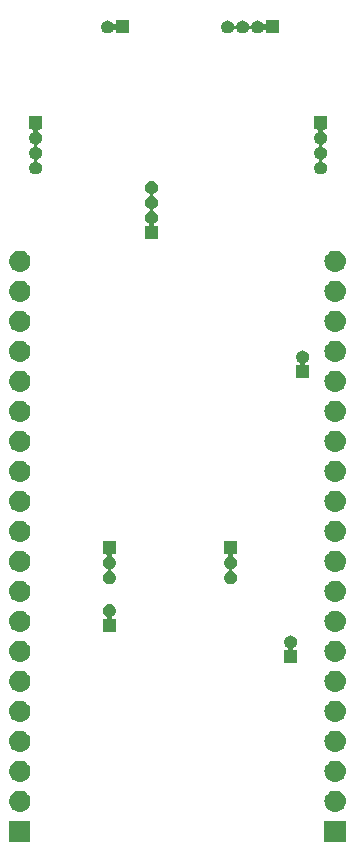
<source format=gbr>
G04 #@! TF.GenerationSoftware,KiCad,Pcbnew,(5.0.1-3-g963ef8bb5)*
G04 #@! TF.CreationDate,2020-07-04T09:07:15+03:00*
G04 #@! TF.ProjectId,sagitta-shield,736167697474612D736869656C642E6B,rev?*
G04 #@! TF.SameCoordinates,Original*
G04 #@! TF.FileFunction,Soldermask,Bot*
G04 #@! TF.FilePolarity,Negative*
%FSLAX46Y46*%
G04 Gerber Fmt 4.6, Leading zero omitted, Abs format (unit mm)*
G04 Created by KiCad (PCBNEW (5.0.1-3-g963ef8bb5)) date 2020 July 04, Saturday 09:07:15*
%MOMM*%
%LPD*%
G01*
G04 APERTURE LIST*
%ADD10C,0.100000*%
G04 APERTURE END LIST*
D10*
G36*
X141819070Y-131982600D02*
X140017070Y-131982600D01*
X140017070Y-130180600D01*
X141819070Y-130180600D01*
X141819070Y-131982600D01*
X141819070Y-131982600D01*
G37*
G36*
X115119200Y-131982600D02*
X113317200Y-131982600D01*
X113317200Y-130180600D01*
X115119200Y-130180600D01*
X115119200Y-131982600D01*
X115119200Y-131982600D01*
G37*
G36*
X141028513Y-127653611D02*
X141094697Y-127660129D01*
X141207923Y-127694476D01*
X141264537Y-127711649D01*
X141403157Y-127785744D01*
X141421061Y-127795314D01*
X141456799Y-127824644D01*
X141558256Y-127907906D01*
X141641518Y-128009363D01*
X141670848Y-128045101D01*
X141670849Y-128045103D01*
X141754513Y-128201625D01*
X141754513Y-128201626D01*
X141806033Y-128371465D01*
X141823429Y-128548092D01*
X141806033Y-128724719D01*
X141771686Y-128837945D01*
X141754513Y-128894559D01*
X141680418Y-129033179D01*
X141670848Y-129051083D01*
X141641518Y-129086821D01*
X141558256Y-129188278D01*
X141456799Y-129271540D01*
X141421061Y-129300870D01*
X141421059Y-129300871D01*
X141264537Y-129384535D01*
X141207923Y-129401708D01*
X141094697Y-129436055D01*
X141028512Y-129442574D01*
X140962330Y-129449092D01*
X140873810Y-129449092D01*
X140807628Y-129442574D01*
X140741443Y-129436055D01*
X140628217Y-129401708D01*
X140571603Y-129384535D01*
X140415081Y-129300871D01*
X140415079Y-129300870D01*
X140379341Y-129271540D01*
X140277884Y-129188278D01*
X140194622Y-129086821D01*
X140165292Y-129051083D01*
X140155722Y-129033179D01*
X140081627Y-128894559D01*
X140064454Y-128837945D01*
X140030107Y-128724719D01*
X140012711Y-128548092D01*
X140030107Y-128371465D01*
X140081627Y-128201626D01*
X140081627Y-128201625D01*
X140165291Y-128045103D01*
X140165292Y-128045101D01*
X140194622Y-128009363D01*
X140277884Y-127907906D01*
X140379341Y-127824644D01*
X140415079Y-127795314D01*
X140432983Y-127785744D01*
X140571603Y-127711649D01*
X140628217Y-127694476D01*
X140741443Y-127660129D01*
X140807627Y-127653611D01*
X140873810Y-127647092D01*
X140962330Y-127647092D01*
X141028513Y-127653611D01*
X141028513Y-127653611D01*
G37*
G36*
X114328373Y-127647092D02*
X114394827Y-127653637D01*
X114508053Y-127687984D01*
X114564667Y-127705157D01*
X114576812Y-127711649D01*
X114721191Y-127788822D01*
X114729100Y-127795313D01*
X114858386Y-127901414D01*
X114941648Y-128002871D01*
X114970978Y-128038609D01*
X114970979Y-128038611D01*
X115054643Y-128195133D01*
X115071816Y-128251747D01*
X115106163Y-128364973D01*
X115123559Y-128541600D01*
X115106163Y-128718227D01*
X115071816Y-128831453D01*
X115054643Y-128888067D01*
X114980548Y-129026687D01*
X114970978Y-129044591D01*
X114965650Y-129051083D01*
X114858386Y-129181786D01*
X114756929Y-129265048D01*
X114721191Y-129294378D01*
X114721189Y-129294379D01*
X114564667Y-129378043D01*
X114543265Y-129384535D01*
X114394827Y-129429563D01*
X114328912Y-129436055D01*
X114262460Y-129442600D01*
X114173940Y-129442600D01*
X114107488Y-129436055D01*
X114041573Y-129429563D01*
X113893135Y-129384535D01*
X113871733Y-129378043D01*
X113715211Y-129294379D01*
X113715209Y-129294378D01*
X113679471Y-129265048D01*
X113578014Y-129181786D01*
X113470750Y-129051083D01*
X113465422Y-129044591D01*
X113455852Y-129026687D01*
X113381757Y-128888067D01*
X113364584Y-128831453D01*
X113330237Y-128718227D01*
X113312841Y-128541600D01*
X113330237Y-128364973D01*
X113364584Y-128251747D01*
X113381757Y-128195133D01*
X113465421Y-128038611D01*
X113465422Y-128038609D01*
X113494752Y-128002871D01*
X113578014Y-127901414D01*
X113707300Y-127795313D01*
X113715209Y-127788822D01*
X113859588Y-127711649D01*
X113871733Y-127705157D01*
X113928347Y-127687984D01*
X114041573Y-127653637D01*
X114108027Y-127647092D01*
X114173940Y-127640600D01*
X114262460Y-127640600D01*
X114328373Y-127647092D01*
X114328373Y-127647092D01*
G37*
G36*
X141028512Y-125113610D02*
X141094697Y-125120129D01*
X141207923Y-125154476D01*
X141264537Y-125171649D01*
X141403157Y-125245744D01*
X141421061Y-125255314D01*
X141456799Y-125284644D01*
X141558256Y-125367906D01*
X141641518Y-125469363D01*
X141670848Y-125505101D01*
X141670849Y-125505103D01*
X141754513Y-125661625D01*
X141754513Y-125661626D01*
X141806033Y-125831465D01*
X141823429Y-126008092D01*
X141806033Y-126184719D01*
X141771686Y-126297945D01*
X141754513Y-126354559D01*
X141680418Y-126493179D01*
X141670848Y-126511083D01*
X141641518Y-126546821D01*
X141558256Y-126648278D01*
X141456799Y-126731540D01*
X141421061Y-126760870D01*
X141421059Y-126760871D01*
X141264537Y-126844535D01*
X141207923Y-126861708D01*
X141094697Y-126896055D01*
X141028512Y-126902574D01*
X140962330Y-126909092D01*
X140873810Y-126909092D01*
X140807628Y-126902574D01*
X140741443Y-126896055D01*
X140628217Y-126861708D01*
X140571603Y-126844535D01*
X140415081Y-126760871D01*
X140415079Y-126760870D01*
X140379341Y-126731540D01*
X140277884Y-126648278D01*
X140194622Y-126546821D01*
X140165292Y-126511083D01*
X140155722Y-126493179D01*
X140081627Y-126354559D01*
X140064454Y-126297945D01*
X140030107Y-126184719D01*
X140012711Y-126008092D01*
X140030107Y-125831465D01*
X140081627Y-125661626D01*
X140081627Y-125661625D01*
X140165291Y-125505103D01*
X140165292Y-125505101D01*
X140194622Y-125469363D01*
X140277884Y-125367906D01*
X140379341Y-125284644D01*
X140415079Y-125255314D01*
X140432983Y-125245744D01*
X140571603Y-125171649D01*
X140628217Y-125154476D01*
X140741443Y-125120129D01*
X140807628Y-125113610D01*
X140873810Y-125107092D01*
X140962330Y-125107092D01*
X141028512Y-125113610D01*
X141028512Y-125113610D01*
G37*
G36*
X114328373Y-125107092D02*
X114394827Y-125113637D01*
X114508053Y-125147984D01*
X114564667Y-125165157D01*
X114576812Y-125171649D01*
X114721191Y-125248822D01*
X114729100Y-125255313D01*
X114858386Y-125361414D01*
X114941648Y-125462871D01*
X114970978Y-125498609D01*
X114970979Y-125498611D01*
X115054643Y-125655133D01*
X115071816Y-125711747D01*
X115106163Y-125824973D01*
X115123559Y-126001600D01*
X115106163Y-126178227D01*
X115071816Y-126291453D01*
X115054643Y-126348067D01*
X114980548Y-126486687D01*
X114970978Y-126504591D01*
X114965650Y-126511083D01*
X114858386Y-126641786D01*
X114756929Y-126725048D01*
X114721191Y-126754378D01*
X114721189Y-126754379D01*
X114564667Y-126838043D01*
X114543265Y-126844535D01*
X114394827Y-126889563D01*
X114328912Y-126896055D01*
X114262460Y-126902600D01*
X114173940Y-126902600D01*
X114107488Y-126896055D01*
X114041573Y-126889563D01*
X113893135Y-126844535D01*
X113871733Y-126838043D01*
X113715211Y-126754379D01*
X113715209Y-126754378D01*
X113679471Y-126725048D01*
X113578014Y-126641786D01*
X113470750Y-126511083D01*
X113465422Y-126504591D01*
X113455852Y-126486687D01*
X113381757Y-126348067D01*
X113364584Y-126291453D01*
X113330237Y-126178227D01*
X113312841Y-126001600D01*
X113330237Y-125824973D01*
X113364584Y-125711747D01*
X113381757Y-125655133D01*
X113465421Y-125498611D01*
X113465422Y-125498609D01*
X113494752Y-125462871D01*
X113578014Y-125361414D01*
X113707300Y-125255313D01*
X113715209Y-125248822D01*
X113859588Y-125171649D01*
X113871733Y-125165157D01*
X113928347Y-125147984D01*
X114041573Y-125113637D01*
X114108027Y-125107092D01*
X114173940Y-125100600D01*
X114262460Y-125100600D01*
X114328373Y-125107092D01*
X114328373Y-125107092D01*
G37*
G36*
X141028513Y-122567119D02*
X141094697Y-122573637D01*
X141207923Y-122607984D01*
X141264537Y-122625157D01*
X141403157Y-122699252D01*
X141421061Y-122708822D01*
X141456799Y-122738152D01*
X141558256Y-122821414D01*
X141641518Y-122922871D01*
X141670848Y-122958609D01*
X141670849Y-122958611D01*
X141754513Y-123115133D01*
X141754513Y-123115134D01*
X141806033Y-123284973D01*
X141823429Y-123461600D01*
X141806033Y-123638227D01*
X141771686Y-123751453D01*
X141754513Y-123808067D01*
X141680418Y-123946687D01*
X141670848Y-123964591D01*
X141641518Y-124000329D01*
X141558256Y-124101786D01*
X141456799Y-124185048D01*
X141421061Y-124214378D01*
X141421059Y-124214379D01*
X141264537Y-124298043D01*
X141207923Y-124315216D01*
X141094697Y-124349563D01*
X141028513Y-124356081D01*
X140962330Y-124362600D01*
X140873810Y-124362600D01*
X140807627Y-124356081D01*
X140741443Y-124349563D01*
X140628217Y-124315216D01*
X140571603Y-124298043D01*
X140415081Y-124214379D01*
X140415079Y-124214378D01*
X140379341Y-124185048D01*
X140277884Y-124101786D01*
X140194622Y-124000329D01*
X140165292Y-123964591D01*
X140155722Y-123946687D01*
X140081627Y-123808067D01*
X140064454Y-123751453D01*
X140030107Y-123638227D01*
X140012711Y-123461600D01*
X140030107Y-123284973D01*
X140081627Y-123115134D01*
X140081627Y-123115133D01*
X140165291Y-122958611D01*
X140165292Y-122958609D01*
X140194622Y-122922871D01*
X140277884Y-122821414D01*
X140379341Y-122738152D01*
X140415079Y-122708822D01*
X140432983Y-122699252D01*
X140571603Y-122625157D01*
X140628217Y-122607984D01*
X140741443Y-122573637D01*
X140807627Y-122567119D01*
X140873810Y-122560600D01*
X140962330Y-122560600D01*
X141028513Y-122567119D01*
X141028513Y-122567119D01*
G37*
G36*
X114328643Y-122567119D02*
X114394827Y-122573637D01*
X114508053Y-122607984D01*
X114564667Y-122625157D01*
X114703287Y-122699252D01*
X114721191Y-122708822D01*
X114756929Y-122738152D01*
X114858386Y-122821414D01*
X114941648Y-122922871D01*
X114970978Y-122958609D01*
X114970979Y-122958611D01*
X115054643Y-123115133D01*
X115054643Y-123115134D01*
X115106163Y-123284973D01*
X115123559Y-123461600D01*
X115106163Y-123638227D01*
X115071816Y-123751453D01*
X115054643Y-123808067D01*
X114980548Y-123946687D01*
X114970978Y-123964591D01*
X114941648Y-124000329D01*
X114858386Y-124101786D01*
X114756929Y-124185048D01*
X114721191Y-124214378D01*
X114721189Y-124214379D01*
X114564667Y-124298043D01*
X114508053Y-124315216D01*
X114394827Y-124349563D01*
X114328643Y-124356081D01*
X114262460Y-124362600D01*
X114173940Y-124362600D01*
X114107757Y-124356081D01*
X114041573Y-124349563D01*
X113928347Y-124315216D01*
X113871733Y-124298043D01*
X113715211Y-124214379D01*
X113715209Y-124214378D01*
X113679471Y-124185048D01*
X113578014Y-124101786D01*
X113494752Y-124000329D01*
X113465422Y-123964591D01*
X113455852Y-123946687D01*
X113381757Y-123808067D01*
X113364584Y-123751453D01*
X113330237Y-123638227D01*
X113312841Y-123461600D01*
X113330237Y-123284973D01*
X113381757Y-123115134D01*
X113381757Y-123115133D01*
X113465421Y-122958611D01*
X113465422Y-122958609D01*
X113494752Y-122922871D01*
X113578014Y-122821414D01*
X113679471Y-122738152D01*
X113715209Y-122708822D01*
X113733113Y-122699252D01*
X113871733Y-122625157D01*
X113928347Y-122607984D01*
X114041573Y-122573637D01*
X114107757Y-122567119D01*
X114173940Y-122560600D01*
X114262460Y-122560600D01*
X114328643Y-122567119D01*
X114328643Y-122567119D01*
G37*
G36*
X141028512Y-120027118D02*
X141094697Y-120033637D01*
X141207923Y-120067984D01*
X141264537Y-120085157D01*
X141403157Y-120159252D01*
X141421061Y-120168822D01*
X141456799Y-120198152D01*
X141558256Y-120281414D01*
X141641518Y-120382871D01*
X141670848Y-120418609D01*
X141670849Y-120418611D01*
X141754513Y-120575133D01*
X141754513Y-120575134D01*
X141806033Y-120744973D01*
X141823429Y-120921600D01*
X141806033Y-121098227D01*
X141771686Y-121211453D01*
X141754513Y-121268067D01*
X141680418Y-121406687D01*
X141670848Y-121424591D01*
X141641518Y-121460329D01*
X141558256Y-121561786D01*
X141456799Y-121645048D01*
X141421061Y-121674378D01*
X141421059Y-121674379D01*
X141264537Y-121758043D01*
X141207923Y-121775216D01*
X141094697Y-121809563D01*
X141028512Y-121816082D01*
X140962330Y-121822600D01*
X140873810Y-121822600D01*
X140807628Y-121816082D01*
X140741443Y-121809563D01*
X140628217Y-121775216D01*
X140571603Y-121758043D01*
X140415081Y-121674379D01*
X140415079Y-121674378D01*
X140379341Y-121645048D01*
X140277884Y-121561786D01*
X140194622Y-121460329D01*
X140165292Y-121424591D01*
X140155722Y-121406687D01*
X140081627Y-121268067D01*
X140064454Y-121211453D01*
X140030107Y-121098227D01*
X140012711Y-120921600D01*
X140030107Y-120744973D01*
X140081627Y-120575134D01*
X140081627Y-120575133D01*
X140165291Y-120418611D01*
X140165292Y-120418609D01*
X140194622Y-120382871D01*
X140277884Y-120281414D01*
X140379341Y-120198152D01*
X140415079Y-120168822D01*
X140432983Y-120159252D01*
X140571603Y-120085157D01*
X140628217Y-120067984D01*
X140741443Y-120033637D01*
X140807628Y-120027118D01*
X140873810Y-120020600D01*
X140962330Y-120020600D01*
X141028512Y-120027118D01*
X141028512Y-120027118D01*
G37*
G36*
X114328642Y-120027118D02*
X114394827Y-120033637D01*
X114508053Y-120067984D01*
X114564667Y-120085157D01*
X114703287Y-120159252D01*
X114721191Y-120168822D01*
X114756929Y-120198152D01*
X114858386Y-120281414D01*
X114941648Y-120382871D01*
X114970978Y-120418609D01*
X114970979Y-120418611D01*
X115054643Y-120575133D01*
X115054643Y-120575134D01*
X115106163Y-120744973D01*
X115123559Y-120921600D01*
X115106163Y-121098227D01*
X115071816Y-121211453D01*
X115054643Y-121268067D01*
X114980548Y-121406687D01*
X114970978Y-121424591D01*
X114941648Y-121460329D01*
X114858386Y-121561786D01*
X114756929Y-121645048D01*
X114721191Y-121674378D01*
X114721189Y-121674379D01*
X114564667Y-121758043D01*
X114508053Y-121775216D01*
X114394827Y-121809563D01*
X114328642Y-121816082D01*
X114262460Y-121822600D01*
X114173940Y-121822600D01*
X114107758Y-121816082D01*
X114041573Y-121809563D01*
X113928347Y-121775216D01*
X113871733Y-121758043D01*
X113715211Y-121674379D01*
X113715209Y-121674378D01*
X113679471Y-121645048D01*
X113578014Y-121561786D01*
X113494752Y-121460329D01*
X113465422Y-121424591D01*
X113455852Y-121406687D01*
X113381757Y-121268067D01*
X113364584Y-121211453D01*
X113330237Y-121098227D01*
X113312841Y-120921600D01*
X113330237Y-120744973D01*
X113381757Y-120575134D01*
X113381757Y-120575133D01*
X113465421Y-120418611D01*
X113465422Y-120418609D01*
X113494752Y-120382871D01*
X113578014Y-120281414D01*
X113679471Y-120198152D01*
X113715209Y-120168822D01*
X113733113Y-120159252D01*
X113871733Y-120085157D01*
X113928347Y-120067984D01*
X114041573Y-120033637D01*
X114107758Y-120027118D01*
X114173940Y-120020600D01*
X114262460Y-120020600D01*
X114328642Y-120027118D01*
X114328642Y-120027118D01*
G37*
G36*
X141028513Y-117493611D02*
X141094697Y-117500129D01*
X141207923Y-117534476D01*
X141264537Y-117551649D01*
X141403157Y-117625744D01*
X141421061Y-117635314D01*
X141456799Y-117664644D01*
X141558256Y-117747906D01*
X141641518Y-117849363D01*
X141670848Y-117885101D01*
X141670849Y-117885103D01*
X141754513Y-118041625D01*
X141754513Y-118041626D01*
X141806033Y-118211465D01*
X141823429Y-118388092D01*
X141806033Y-118564719D01*
X141771686Y-118677945D01*
X141754513Y-118734559D01*
X141680418Y-118873179D01*
X141670848Y-118891083D01*
X141641518Y-118926821D01*
X141558256Y-119028278D01*
X141456799Y-119111540D01*
X141421061Y-119140870D01*
X141421059Y-119140871D01*
X141264537Y-119224535D01*
X141207923Y-119241708D01*
X141094697Y-119276055D01*
X141028512Y-119282574D01*
X140962330Y-119289092D01*
X140873810Y-119289092D01*
X140807628Y-119282574D01*
X140741443Y-119276055D01*
X140628217Y-119241708D01*
X140571603Y-119224535D01*
X140415081Y-119140871D01*
X140415079Y-119140870D01*
X140379341Y-119111540D01*
X140277884Y-119028278D01*
X140194622Y-118926821D01*
X140165292Y-118891083D01*
X140155722Y-118873179D01*
X140081627Y-118734559D01*
X140064454Y-118677945D01*
X140030107Y-118564719D01*
X140012711Y-118388092D01*
X140030107Y-118211465D01*
X140081627Y-118041626D01*
X140081627Y-118041625D01*
X140165291Y-117885103D01*
X140165292Y-117885101D01*
X140194622Y-117849363D01*
X140277884Y-117747906D01*
X140379341Y-117664644D01*
X140415079Y-117635314D01*
X140432983Y-117625744D01*
X140571603Y-117551649D01*
X140628217Y-117534476D01*
X140741443Y-117500129D01*
X140807627Y-117493611D01*
X140873810Y-117487092D01*
X140962330Y-117487092D01*
X141028513Y-117493611D01*
X141028513Y-117493611D01*
G37*
G36*
X114328373Y-117487092D02*
X114394827Y-117493637D01*
X114508053Y-117527984D01*
X114564667Y-117545157D01*
X114576812Y-117551649D01*
X114721191Y-117628822D01*
X114729100Y-117635313D01*
X114858386Y-117741414D01*
X114941648Y-117842871D01*
X114970978Y-117878609D01*
X114970979Y-117878611D01*
X115054643Y-118035133D01*
X115071816Y-118091747D01*
X115106163Y-118204973D01*
X115123559Y-118381600D01*
X115106163Y-118558227D01*
X115071816Y-118671453D01*
X115054643Y-118728067D01*
X114980548Y-118866687D01*
X114970978Y-118884591D01*
X114965650Y-118891083D01*
X114858386Y-119021786D01*
X114756929Y-119105048D01*
X114721191Y-119134378D01*
X114721189Y-119134379D01*
X114564667Y-119218043D01*
X114543265Y-119224535D01*
X114394827Y-119269563D01*
X114328912Y-119276055D01*
X114262460Y-119282600D01*
X114173940Y-119282600D01*
X114107488Y-119276055D01*
X114041573Y-119269563D01*
X113893135Y-119224535D01*
X113871733Y-119218043D01*
X113715211Y-119134379D01*
X113715209Y-119134378D01*
X113679471Y-119105048D01*
X113578014Y-119021786D01*
X113470750Y-118891083D01*
X113465422Y-118884591D01*
X113455852Y-118866687D01*
X113381757Y-118728067D01*
X113364584Y-118671453D01*
X113330237Y-118558227D01*
X113312841Y-118381600D01*
X113330237Y-118204973D01*
X113364584Y-118091747D01*
X113381757Y-118035133D01*
X113465421Y-117878611D01*
X113465422Y-117878609D01*
X113494752Y-117842871D01*
X113578014Y-117741414D01*
X113707300Y-117635313D01*
X113715209Y-117628822D01*
X113859588Y-117551649D01*
X113871733Y-117545157D01*
X113928347Y-117527984D01*
X114041573Y-117493637D01*
X114108027Y-117487092D01*
X114173940Y-117480600D01*
X114262460Y-117480600D01*
X114328373Y-117487092D01*
X114328373Y-117487092D01*
G37*
G36*
X137268015Y-114518973D02*
X137371879Y-114550479D01*
X137467600Y-114601644D01*
X137551501Y-114670499D01*
X137620356Y-114754400D01*
X137671521Y-114850121D01*
X137703027Y-114953985D01*
X137713666Y-115062000D01*
X137703027Y-115170015D01*
X137671521Y-115273879D01*
X137620356Y-115369600D01*
X137551501Y-115453501D01*
X137467600Y-115522356D01*
X137423805Y-115545766D01*
X137403439Y-115559374D01*
X137386111Y-115576701D01*
X137372498Y-115597076D01*
X137363120Y-115619715D01*
X137358340Y-115643748D01*
X137358340Y-115668252D01*
X137363121Y-115692286D01*
X137372498Y-115714925D01*
X137386112Y-115735299D01*
X137403439Y-115752627D01*
X137423814Y-115766240D01*
X137446453Y-115775618D01*
X137482738Y-115781000D01*
X137711000Y-115781000D01*
X137711000Y-116883000D01*
X136609000Y-116883000D01*
X136609000Y-115781000D01*
X136837262Y-115781000D01*
X136861648Y-115778598D01*
X136885097Y-115771485D01*
X136906708Y-115759934D01*
X136925650Y-115744388D01*
X136941196Y-115725446D01*
X136952747Y-115703835D01*
X136959860Y-115680386D01*
X136962262Y-115656000D01*
X136959860Y-115631614D01*
X136952747Y-115608165D01*
X136941196Y-115586554D01*
X136925650Y-115567612D01*
X136896192Y-115545764D01*
X136852400Y-115522356D01*
X136768499Y-115453501D01*
X136699644Y-115369600D01*
X136648479Y-115273879D01*
X136616973Y-115170015D01*
X136606334Y-115062000D01*
X136616973Y-114953985D01*
X136648479Y-114850121D01*
X136699644Y-114754400D01*
X136768499Y-114670499D01*
X136852400Y-114601644D01*
X136948121Y-114550479D01*
X137051985Y-114518973D01*
X137132933Y-114511000D01*
X137187067Y-114511000D01*
X137268015Y-114518973D01*
X137268015Y-114518973D01*
G37*
G36*
X141028513Y-114953611D02*
X141094697Y-114960129D01*
X141207923Y-114994476D01*
X141264537Y-115011649D01*
X141403157Y-115085744D01*
X141421061Y-115095314D01*
X141456799Y-115124644D01*
X141558256Y-115207906D01*
X141641518Y-115309363D01*
X141670848Y-115345101D01*
X141670849Y-115345103D01*
X141754513Y-115501625D01*
X141767901Y-115545760D01*
X141806033Y-115671465D01*
X141823429Y-115848092D01*
X141806033Y-116024719D01*
X141771686Y-116137945D01*
X141754513Y-116194559D01*
X141680418Y-116333179D01*
X141670848Y-116351083D01*
X141641518Y-116386821D01*
X141558256Y-116488278D01*
X141456799Y-116571540D01*
X141421061Y-116600870D01*
X141421059Y-116600871D01*
X141264537Y-116684535D01*
X141207923Y-116701708D01*
X141094697Y-116736055D01*
X141028513Y-116742573D01*
X140962330Y-116749092D01*
X140873810Y-116749092D01*
X140807627Y-116742573D01*
X140741443Y-116736055D01*
X140628217Y-116701708D01*
X140571603Y-116684535D01*
X140415081Y-116600871D01*
X140415079Y-116600870D01*
X140379341Y-116571540D01*
X140277884Y-116488278D01*
X140194622Y-116386821D01*
X140165292Y-116351083D01*
X140155722Y-116333179D01*
X140081627Y-116194559D01*
X140064454Y-116137945D01*
X140030107Y-116024719D01*
X140012711Y-115848092D01*
X140030107Y-115671465D01*
X140068239Y-115545760D01*
X140081627Y-115501625D01*
X140165291Y-115345103D01*
X140165292Y-115345101D01*
X140194622Y-115309363D01*
X140277884Y-115207906D01*
X140379341Y-115124644D01*
X140415079Y-115095314D01*
X140432983Y-115085744D01*
X140571603Y-115011649D01*
X140628217Y-114994476D01*
X140741443Y-114960129D01*
X140807627Y-114953611D01*
X140873810Y-114947092D01*
X140962330Y-114947092D01*
X141028513Y-114953611D01*
X141028513Y-114953611D01*
G37*
G36*
X114328373Y-114947092D02*
X114394827Y-114953637D01*
X114508053Y-114987984D01*
X114564667Y-115005157D01*
X114576812Y-115011649D01*
X114721191Y-115088822D01*
X114729100Y-115095313D01*
X114858386Y-115201414D01*
X114941648Y-115302871D01*
X114970978Y-115338609D01*
X114970979Y-115338611D01*
X115054643Y-115495133D01*
X115062901Y-115522356D01*
X115106163Y-115664973D01*
X115123559Y-115841600D01*
X115106163Y-116018227D01*
X115071816Y-116131453D01*
X115054643Y-116188067D01*
X114980548Y-116326687D01*
X114970978Y-116344591D01*
X114965650Y-116351083D01*
X114858386Y-116481786D01*
X114756929Y-116565048D01*
X114721191Y-116594378D01*
X114721189Y-116594379D01*
X114564667Y-116678043D01*
X114543265Y-116684535D01*
X114394827Y-116729563D01*
X114328912Y-116736055D01*
X114262460Y-116742600D01*
X114173940Y-116742600D01*
X114107488Y-116736055D01*
X114041573Y-116729563D01*
X113893135Y-116684535D01*
X113871733Y-116678043D01*
X113715211Y-116594379D01*
X113715209Y-116594378D01*
X113679471Y-116565048D01*
X113578014Y-116481786D01*
X113470750Y-116351083D01*
X113465422Y-116344591D01*
X113455852Y-116326687D01*
X113381757Y-116188067D01*
X113364584Y-116131453D01*
X113330237Y-116018227D01*
X113312841Y-115841600D01*
X113330237Y-115664973D01*
X113373499Y-115522356D01*
X113381757Y-115495133D01*
X113465421Y-115338611D01*
X113465422Y-115338609D01*
X113494752Y-115302871D01*
X113578014Y-115201414D01*
X113707300Y-115095313D01*
X113715209Y-115088822D01*
X113859588Y-115011649D01*
X113871733Y-115005157D01*
X113928347Y-114987984D01*
X114041573Y-114953637D01*
X114108027Y-114947092D01*
X114173940Y-114940600D01*
X114262460Y-114940600D01*
X114328373Y-114947092D01*
X114328373Y-114947092D01*
G37*
G36*
X121901015Y-111851973D02*
X122004879Y-111883479D01*
X122100600Y-111934644D01*
X122184501Y-112003499D01*
X122253356Y-112087400D01*
X122304521Y-112183121D01*
X122336027Y-112286985D01*
X122346666Y-112395000D01*
X122336027Y-112503015D01*
X122304521Y-112606879D01*
X122253356Y-112702600D01*
X122184501Y-112786501D01*
X122100600Y-112855356D01*
X122056805Y-112878766D01*
X122036439Y-112892374D01*
X122019111Y-112909701D01*
X122005498Y-112930076D01*
X121996120Y-112952715D01*
X121991340Y-112976748D01*
X121991340Y-113001252D01*
X121996121Y-113025286D01*
X122005498Y-113047925D01*
X122019112Y-113068299D01*
X122036439Y-113085627D01*
X122056814Y-113099240D01*
X122079453Y-113108618D01*
X122115738Y-113114000D01*
X122344000Y-113114000D01*
X122344000Y-114216000D01*
X121242000Y-114216000D01*
X121242000Y-113114000D01*
X121470262Y-113114000D01*
X121494648Y-113111598D01*
X121518097Y-113104485D01*
X121539708Y-113092934D01*
X121558650Y-113077388D01*
X121574196Y-113058446D01*
X121585747Y-113036835D01*
X121592860Y-113013386D01*
X121595262Y-112989000D01*
X121592860Y-112964614D01*
X121585747Y-112941165D01*
X121574196Y-112919554D01*
X121558650Y-112900612D01*
X121529192Y-112878764D01*
X121485400Y-112855356D01*
X121401499Y-112786501D01*
X121332644Y-112702600D01*
X121281479Y-112606879D01*
X121249973Y-112503015D01*
X121239334Y-112395000D01*
X121249973Y-112286985D01*
X121281479Y-112183121D01*
X121332644Y-112087400D01*
X121401499Y-112003499D01*
X121485400Y-111934644D01*
X121581121Y-111883479D01*
X121684985Y-111851973D01*
X121765933Y-111844000D01*
X121820067Y-111844000D01*
X121901015Y-111851973D01*
X121901015Y-111851973D01*
G37*
G36*
X141028513Y-112407119D02*
X141094697Y-112413637D01*
X141207923Y-112447984D01*
X141264537Y-112465157D01*
X141335363Y-112503015D01*
X141421061Y-112548822D01*
X141456799Y-112578152D01*
X141558256Y-112661414D01*
X141641518Y-112762871D01*
X141670848Y-112798609D01*
X141670849Y-112798611D01*
X141754513Y-112955133D01*
X141754513Y-112955134D01*
X141806033Y-113124973D01*
X141823429Y-113301600D01*
X141806033Y-113478227D01*
X141771686Y-113591453D01*
X141754513Y-113648067D01*
X141680418Y-113786687D01*
X141670848Y-113804591D01*
X141641518Y-113840329D01*
X141558256Y-113941786D01*
X141456799Y-114025048D01*
X141421061Y-114054378D01*
X141421059Y-114054379D01*
X141264537Y-114138043D01*
X141207923Y-114155216D01*
X141094697Y-114189563D01*
X141028512Y-114196082D01*
X140962330Y-114202600D01*
X140873810Y-114202600D01*
X140807628Y-114196082D01*
X140741443Y-114189563D01*
X140628217Y-114155216D01*
X140571603Y-114138043D01*
X140415081Y-114054379D01*
X140415079Y-114054378D01*
X140379341Y-114025048D01*
X140277884Y-113941786D01*
X140194622Y-113840329D01*
X140165292Y-113804591D01*
X140155722Y-113786687D01*
X140081627Y-113648067D01*
X140064454Y-113591453D01*
X140030107Y-113478227D01*
X140012711Y-113301600D01*
X140030107Y-113124973D01*
X140081627Y-112955134D01*
X140081627Y-112955133D01*
X140165291Y-112798611D01*
X140165292Y-112798609D01*
X140194622Y-112762871D01*
X140277884Y-112661414D01*
X140379341Y-112578152D01*
X140415079Y-112548822D01*
X140500777Y-112503015D01*
X140571603Y-112465157D01*
X140628217Y-112447984D01*
X140741443Y-112413637D01*
X140807627Y-112407119D01*
X140873810Y-112400600D01*
X140962330Y-112400600D01*
X141028513Y-112407119D01*
X141028513Y-112407119D01*
G37*
G36*
X114328643Y-112407119D02*
X114394827Y-112413637D01*
X114508053Y-112447984D01*
X114564667Y-112465157D01*
X114635493Y-112503015D01*
X114721191Y-112548822D01*
X114756929Y-112578152D01*
X114858386Y-112661414D01*
X114941648Y-112762871D01*
X114970978Y-112798609D01*
X114970979Y-112798611D01*
X115054643Y-112955133D01*
X115054643Y-112955134D01*
X115106163Y-113124973D01*
X115123559Y-113301600D01*
X115106163Y-113478227D01*
X115071816Y-113591453D01*
X115054643Y-113648067D01*
X114980548Y-113786687D01*
X114970978Y-113804591D01*
X114941648Y-113840329D01*
X114858386Y-113941786D01*
X114756929Y-114025048D01*
X114721191Y-114054378D01*
X114721189Y-114054379D01*
X114564667Y-114138043D01*
X114508053Y-114155216D01*
X114394827Y-114189563D01*
X114328642Y-114196082D01*
X114262460Y-114202600D01*
X114173940Y-114202600D01*
X114107758Y-114196082D01*
X114041573Y-114189563D01*
X113928347Y-114155216D01*
X113871733Y-114138043D01*
X113715211Y-114054379D01*
X113715209Y-114054378D01*
X113679471Y-114025048D01*
X113578014Y-113941786D01*
X113494752Y-113840329D01*
X113465422Y-113804591D01*
X113455852Y-113786687D01*
X113381757Y-113648067D01*
X113364584Y-113591453D01*
X113330237Y-113478227D01*
X113312841Y-113301600D01*
X113330237Y-113124973D01*
X113381757Y-112955134D01*
X113381757Y-112955133D01*
X113465421Y-112798611D01*
X113465422Y-112798609D01*
X113494752Y-112762871D01*
X113578014Y-112661414D01*
X113679471Y-112578152D01*
X113715209Y-112548822D01*
X113800907Y-112503015D01*
X113871733Y-112465157D01*
X113928347Y-112447984D01*
X114041573Y-112413637D01*
X114107757Y-112407119D01*
X114173940Y-112400600D01*
X114262460Y-112400600D01*
X114328643Y-112407119D01*
X114328643Y-112407119D01*
G37*
G36*
X114328643Y-109867119D02*
X114394827Y-109873637D01*
X114508053Y-109907984D01*
X114564667Y-109925157D01*
X114690655Y-109992500D01*
X114721191Y-110008822D01*
X114756929Y-110038152D01*
X114858386Y-110121414D01*
X114941648Y-110222871D01*
X114970978Y-110258609D01*
X114970979Y-110258611D01*
X115054643Y-110415133D01*
X115054643Y-110415134D01*
X115106163Y-110584973D01*
X115123559Y-110761600D01*
X115106163Y-110938227D01*
X115071816Y-111051453D01*
X115054643Y-111108067D01*
X114980548Y-111246687D01*
X114970978Y-111264591D01*
X114941648Y-111300329D01*
X114858386Y-111401786D01*
X114756929Y-111485048D01*
X114721191Y-111514378D01*
X114721189Y-111514379D01*
X114564667Y-111598043D01*
X114508053Y-111615216D01*
X114394827Y-111649563D01*
X114328643Y-111656081D01*
X114262460Y-111662600D01*
X114173940Y-111662600D01*
X114107757Y-111656081D01*
X114041573Y-111649563D01*
X113928347Y-111615216D01*
X113871733Y-111598043D01*
X113715211Y-111514379D01*
X113715209Y-111514378D01*
X113679471Y-111485048D01*
X113578014Y-111401786D01*
X113494752Y-111300329D01*
X113465422Y-111264591D01*
X113455852Y-111246687D01*
X113381757Y-111108067D01*
X113364584Y-111051453D01*
X113330237Y-110938227D01*
X113312841Y-110761600D01*
X113330237Y-110584973D01*
X113381757Y-110415134D01*
X113381757Y-110415133D01*
X113465421Y-110258611D01*
X113465422Y-110258609D01*
X113494752Y-110222871D01*
X113578014Y-110121414D01*
X113679471Y-110038152D01*
X113715209Y-110008822D01*
X113745745Y-109992500D01*
X113871733Y-109925157D01*
X113928347Y-109907984D01*
X114041573Y-109873637D01*
X114107757Y-109867119D01*
X114173940Y-109860600D01*
X114262460Y-109860600D01*
X114328643Y-109867119D01*
X114328643Y-109867119D01*
G37*
G36*
X141028513Y-109867119D02*
X141094697Y-109873637D01*
X141207923Y-109907984D01*
X141264537Y-109925157D01*
X141390525Y-109992500D01*
X141421061Y-110008822D01*
X141456799Y-110038152D01*
X141558256Y-110121414D01*
X141641518Y-110222871D01*
X141670848Y-110258609D01*
X141670849Y-110258611D01*
X141754513Y-110415133D01*
X141754513Y-110415134D01*
X141806033Y-110584973D01*
X141823429Y-110761600D01*
X141806033Y-110938227D01*
X141771686Y-111051453D01*
X141754513Y-111108067D01*
X141680418Y-111246687D01*
X141670848Y-111264591D01*
X141641518Y-111300329D01*
X141558256Y-111401786D01*
X141456799Y-111485048D01*
X141421061Y-111514378D01*
X141421059Y-111514379D01*
X141264537Y-111598043D01*
X141207923Y-111615216D01*
X141094697Y-111649563D01*
X141028513Y-111656081D01*
X140962330Y-111662600D01*
X140873810Y-111662600D01*
X140807627Y-111656081D01*
X140741443Y-111649563D01*
X140628217Y-111615216D01*
X140571603Y-111598043D01*
X140415081Y-111514379D01*
X140415079Y-111514378D01*
X140379341Y-111485048D01*
X140277884Y-111401786D01*
X140194622Y-111300329D01*
X140165292Y-111264591D01*
X140155722Y-111246687D01*
X140081627Y-111108067D01*
X140064454Y-111051453D01*
X140030107Y-110938227D01*
X140012711Y-110761600D01*
X140030107Y-110584973D01*
X140081627Y-110415134D01*
X140081627Y-110415133D01*
X140165291Y-110258611D01*
X140165292Y-110258609D01*
X140194622Y-110222871D01*
X140277884Y-110121414D01*
X140379341Y-110038152D01*
X140415079Y-110008822D01*
X140445615Y-109992500D01*
X140571603Y-109925157D01*
X140628217Y-109907984D01*
X140741443Y-109873637D01*
X140807627Y-109867119D01*
X140873810Y-109860600D01*
X140962330Y-109860600D01*
X141028513Y-109867119D01*
X141028513Y-109867119D01*
G37*
G36*
X122344000Y-107612000D02*
X122115738Y-107612000D01*
X122091352Y-107614402D01*
X122067903Y-107621515D01*
X122046292Y-107633066D01*
X122027350Y-107648612D01*
X122011804Y-107667554D01*
X122000253Y-107689165D01*
X121993140Y-107712614D01*
X121990738Y-107737000D01*
X121993140Y-107761386D01*
X122000253Y-107784835D01*
X122011804Y-107806446D01*
X122027350Y-107825388D01*
X122056808Y-107847236D01*
X122100600Y-107870644D01*
X122184501Y-107939499D01*
X122253356Y-108023400D01*
X122304521Y-108119121D01*
X122336027Y-108222985D01*
X122346666Y-108331000D01*
X122336027Y-108439015D01*
X122304521Y-108542879D01*
X122253356Y-108638600D01*
X122184501Y-108722501D01*
X122100600Y-108791356D01*
X122004879Y-108842521D01*
X121992142Y-108846385D01*
X121969507Y-108855760D01*
X121949133Y-108869374D01*
X121931806Y-108886701D01*
X121918192Y-108907076D01*
X121908814Y-108929715D01*
X121904034Y-108953748D01*
X121904034Y-108978252D01*
X121908815Y-109002286D01*
X121918192Y-109024925D01*
X121931806Y-109045299D01*
X121949133Y-109062626D01*
X121969508Y-109076240D01*
X121992142Y-109085615D01*
X122004879Y-109089479D01*
X122100600Y-109140644D01*
X122184501Y-109209499D01*
X122253356Y-109293400D01*
X122304521Y-109389121D01*
X122336027Y-109492985D01*
X122346666Y-109601000D01*
X122336027Y-109709015D01*
X122304521Y-109812879D01*
X122253356Y-109908600D01*
X122184501Y-109992501D01*
X122100600Y-110061356D01*
X122004879Y-110112521D01*
X121901015Y-110144027D01*
X121820067Y-110152000D01*
X121765933Y-110152000D01*
X121684985Y-110144027D01*
X121581121Y-110112521D01*
X121485400Y-110061356D01*
X121401499Y-109992501D01*
X121332644Y-109908600D01*
X121281479Y-109812879D01*
X121249973Y-109709015D01*
X121239334Y-109601000D01*
X121249973Y-109492985D01*
X121281479Y-109389121D01*
X121332644Y-109293400D01*
X121401499Y-109209499D01*
X121485400Y-109140644D01*
X121581121Y-109089479D01*
X121593858Y-109085615D01*
X121616493Y-109076240D01*
X121636867Y-109062626D01*
X121654194Y-109045299D01*
X121667808Y-109024924D01*
X121677186Y-109002285D01*
X121681966Y-108978252D01*
X121681966Y-108953748D01*
X121677185Y-108929714D01*
X121667808Y-108907075D01*
X121654194Y-108886701D01*
X121636867Y-108869374D01*
X121616492Y-108855760D01*
X121593858Y-108846385D01*
X121581121Y-108842521D01*
X121485400Y-108791356D01*
X121401499Y-108722501D01*
X121332644Y-108638600D01*
X121281479Y-108542879D01*
X121249973Y-108439015D01*
X121239334Y-108331000D01*
X121249973Y-108222985D01*
X121281479Y-108119121D01*
X121332644Y-108023400D01*
X121401499Y-107939499D01*
X121485400Y-107870644D01*
X121529195Y-107847234D01*
X121549561Y-107833626D01*
X121566889Y-107816299D01*
X121580502Y-107795924D01*
X121589880Y-107773285D01*
X121594660Y-107749252D01*
X121594660Y-107724748D01*
X121589879Y-107700714D01*
X121580502Y-107678075D01*
X121566888Y-107657701D01*
X121549561Y-107640373D01*
X121529186Y-107626760D01*
X121506547Y-107617382D01*
X121470262Y-107612000D01*
X121242000Y-107612000D01*
X121242000Y-106510000D01*
X122344000Y-106510000D01*
X122344000Y-107612000D01*
X122344000Y-107612000D01*
G37*
G36*
X132631000Y-107612000D02*
X132402738Y-107612000D01*
X132378352Y-107614402D01*
X132354903Y-107621515D01*
X132333292Y-107633066D01*
X132314350Y-107648612D01*
X132298804Y-107667554D01*
X132287253Y-107689165D01*
X132280140Y-107712614D01*
X132277738Y-107737000D01*
X132280140Y-107761386D01*
X132287253Y-107784835D01*
X132298804Y-107806446D01*
X132314350Y-107825388D01*
X132343808Y-107847236D01*
X132387600Y-107870644D01*
X132471501Y-107939499D01*
X132540356Y-108023400D01*
X132591521Y-108119121D01*
X132623027Y-108222985D01*
X132633666Y-108331000D01*
X132623027Y-108439015D01*
X132591521Y-108542879D01*
X132540356Y-108638600D01*
X132471501Y-108722501D01*
X132387600Y-108791356D01*
X132291879Y-108842521D01*
X132279142Y-108846385D01*
X132256507Y-108855760D01*
X132236133Y-108869374D01*
X132218806Y-108886701D01*
X132205192Y-108907076D01*
X132195814Y-108929715D01*
X132191034Y-108953748D01*
X132191034Y-108978252D01*
X132195815Y-109002286D01*
X132205192Y-109024925D01*
X132218806Y-109045299D01*
X132236133Y-109062626D01*
X132256508Y-109076240D01*
X132279142Y-109085615D01*
X132291879Y-109089479D01*
X132387600Y-109140644D01*
X132471501Y-109209499D01*
X132540356Y-109293400D01*
X132591521Y-109389121D01*
X132623027Y-109492985D01*
X132633666Y-109601000D01*
X132623027Y-109709015D01*
X132591521Y-109812879D01*
X132540356Y-109908600D01*
X132471501Y-109992501D01*
X132387600Y-110061356D01*
X132291879Y-110112521D01*
X132188015Y-110144027D01*
X132107067Y-110152000D01*
X132052933Y-110152000D01*
X131971985Y-110144027D01*
X131868121Y-110112521D01*
X131772400Y-110061356D01*
X131688499Y-109992501D01*
X131619644Y-109908600D01*
X131568479Y-109812879D01*
X131536973Y-109709015D01*
X131526334Y-109601000D01*
X131536973Y-109492985D01*
X131568479Y-109389121D01*
X131619644Y-109293400D01*
X131688499Y-109209499D01*
X131772400Y-109140644D01*
X131868121Y-109089479D01*
X131880858Y-109085615D01*
X131903493Y-109076240D01*
X131923867Y-109062626D01*
X131941194Y-109045299D01*
X131954808Y-109024924D01*
X131964186Y-109002285D01*
X131968966Y-108978252D01*
X131968966Y-108953748D01*
X131964185Y-108929714D01*
X131954808Y-108907075D01*
X131941194Y-108886701D01*
X131923867Y-108869374D01*
X131903492Y-108855760D01*
X131880858Y-108846385D01*
X131868121Y-108842521D01*
X131772400Y-108791356D01*
X131688499Y-108722501D01*
X131619644Y-108638600D01*
X131568479Y-108542879D01*
X131536973Y-108439015D01*
X131526334Y-108331000D01*
X131536973Y-108222985D01*
X131568479Y-108119121D01*
X131619644Y-108023400D01*
X131688499Y-107939499D01*
X131772400Y-107870644D01*
X131816195Y-107847234D01*
X131836561Y-107833626D01*
X131853889Y-107816299D01*
X131867502Y-107795924D01*
X131876880Y-107773285D01*
X131881660Y-107749252D01*
X131881660Y-107724748D01*
X131876879Y-107700714D01*
X131867502Y-107678075D01*
X131853888Y-107657701D01*
X131836561Y-107640373D01*
X131816186Y-107626760D01*
X131793547Y-107617382D01*
X131757262Y-107612000D01*
X131529000Y-107612000D01*
X131529000Y-106510000D01*
X132631000Y-106510000D01*
X132631000Y-107612000D01*
X132631000Y-107612000D01*
G37*
G36*
X114328642Y-107327118D02*
X114394827Y-107333637D01*
X114508053Y-107367984D01*
X114564667Y-107385157D01*
X114703287Y-107459252D01*
X114721191Y-107468822D01*
X114756929Y-107498152D01*
X114858386Y-107581414D01*
X114913533Y-107648612D01*
X114970978Y-107718609D01*
X114970979Y-107718611D01*
X115054643Y-107875133D01*
X115054643Y-107875134D01*
X115106163Y-108044973D01*
X115123559Y-108221600D01*
X115106163Y-108398227D01*
X115093790Y-108439015D01*
X115054643Y-108568067D01*
X115016942Y-108638600D01*
X114970978Y-108724591D01*
X114941648Y-108760329D01*
X114858386Y-108861786D01*
X114775614Y-108929714D01*
X114721191Y-108974378D01*
X114721189Y-108974379D01*
X114564667Y-109058043D01*
X114508053Y-109075216D01*
X114394827Y-109109563D01*
X114328643Y-109116081D01*
X114262460Y-109122600D01*
X114173940Y-109122600D01*
X114107757Y-109116081D01*
X114041573Y-109109563D01*
X113928347Y-109075216D01*
X113871733Y-109058043D01*
X113715211Y-108974379D01*
X113715209Y-108974378D01*
X113660786Y-108929714D01*
X113578014Y-108861786D01*
X113494752Y-108760329D01*
X113465422Y-108724591D01*
X113419458Y-108638600D01*
X113381757Y-108568067D01*
X113342610Y-108439015D01*
X113330237Y-108398227D01*
X113312841Y-108221600D01*
X113330237Y-108044973D01*
X113381757Y-107875134D01*
X113381757Y-107875133D01*
X113465421Y-107718611D01*
X113465422Y-107718609D01*
X113522867Y-107648612D01*
X113578014Y-107581414D01*
X113679471Y-107498152D01*
X113715209Y-107468822D01*
X113733113Y-107459252D01*
X113871733Y-107385157D01*
X113928347Y-107367984D01*
X114041573Y-107333637D01*
X114107758Y-107327118D01*
X114173940Y-107320600D01*
X114262460Y-107320600D01*
X114328642Y-107327118D01*
X114328642Y-107327118D01*
G37*
G36*
X141028512Y-107327118D02*
X141094697Y-107333637D01*
X141207923Y-107367984D01*
X141264537Y-107385157D01*
X141403157Y-107459252D01*
X141421061Y-107468822D01*
X141456799Y-107498152D01*
X141558256Y-107581414D01*
X141613403Y-107648612D01*
X141670848Y-107718609D01*
X141670849Y-107718611D01*
X141754513Y-107875133D01*
X141754513Y-107875134D01*
X141806033Y-108044973D01*
X141823429Y-108221600D01*
X141806033Y-108398227D01*
X141793660Y-108439015D01*
X141754513Y-108568067D01*
X141716812Y-108638600D01*
X141670848Y-108724591D01*
X141641518Y-108760329D01*
X141558256Y-108861786D01*
X141475484Y-108929714D01*
X141421061Y-108974378D01*
X141421059Y-108974379D01*
X141264537Y-109058043D01*
X141207923Y-109075216D01*
X141094697Y-109109563D01*
X141028513Y-109116081D01*
X140962330Y-109122600D01*
X140873810Y-109122600D01*
X140807627Y-109116081D01*
X140741443Y-109109563D01*
X140628217Y-109075216D01*
X140571603Y-109058043D01*
X140415081Y-108974379D01*
X140415079Y-108974378D01*
X140360656Y-108929714D01*
X140277884Y-108861786D01*
X140194622Y-108760329D01*
X140165292Y-108724591D01*
X140119328Y-108638600D01*
X140081627Y-108568067D01*
X140042480Y-108439015D01*
X140030107Y-108398227D01*
X140012711Y-108221600D01*
X140030107Y-108044973D01*
X140081627Y-107875134D01*
X140081627Y-107875133D01*
X140165291Y-107718611D01*
X140165292Y-107718609D01*
X140222737Y-107648612D01*
X140277884Y-107581414D01*
X140379341Y-107498152D01*
X140415079Y-107468822D01*
X140432983Y-107459252D01*
X140571603Y-107385157D01*
X140628217Y-107367984D01*
X140741443Y-107333637D01*
X140807628Y-107327118D01*
X140873810Y-107320600D01*
X140962330Y-107320600D01*
X141028512Y-107327118D01*
X141028512Y-107327118D01*
G37*
G36*
X114328643Y-104787119D02*
X114394827Y-104793637D01*
X114508053Y-104827984D01*
X114564667Y-104845157D01*
X114703287Y-104919252D01*
X114721191Y-104928822D01*
X114756929Y-104958152D01*
X114858386Y-105041414D01*
X114941648Y-105142871D01*
X114970978Y-105178609D01*
X114970979Y-105178611D01*
X115054643Y-105335133D01*
X115054643Y-105335134D01*
X115106163Y-105504973D01*
X115123559Y-105681600D01*
X115106163Y-105858227D01*
X115071816Y-105971453D01*
X115054643Y-106028067D01*
X114980548Y-106166687D01*
X114970978Y-106184591D01*
X114941648Y-106220329D01*
X114858386Y-106321786D01*
X114756929Y-106405048D01*
X114721191Y-106434378D01*
X114721189Y-106434379D01*
X114564667Y-106518043D01*
X114508053Y-106535216D01*
X114394827Y-106569563D01*
X114328642Y-106576082D01*
X114262460Y-106582600D01*
X114173940Y-106582600D01*
X114107758Y-106576082D01*
X114041573Y-106569563D01*
X113928347Y-106535216D01*
X113871733Y-106518043D01*
X113715211Y-106434379D01*
X113715209Y-106434378D01*
X113679471Y-106405048D01*
X113578014Y-106321786D01*
X113494752Y-106220329D01*
X113465422Y-106184591D01*
X113455852Y-106166687D01*
X113381757Y-106028067D01*
X113364584Y-105971453D01*
X113330237Y-105858227D01*
X113312841Y-105681600D01*
X113330237Y-105504973D01*
X113381757Y-105335134D01*
X113381757Y-105335133D01*
X113465421Y-105178611D01*
X113465422Y-105178609D01*
X113494752Y-105142871D01*
X113578014Y-105041414D01*
X113679471Y-104958152D01*
X113715209Y-104928822D01*
X113733113Y-104919252D01*
X113871733Y-104845157D01*
X113928347Y-104827984D01*
X114041573Y-104793637D01*
X114107757Y-104787119D01*
X114173940Y-104780600D01*
X114262460Y-104780600D01*
X114328643Y-104787119D01*
X114328643Y-104787119D01*
G37*
G36*
X141028513Y-104787119D02*
X141094697Y-104793637D01*
X141207923Y-104827984D01*
X141264537Y-104845157D01*
X141403157Y-104919252D01*
X141421061Y-104928822D01*
X141456799Y-104958152D01*
X141558256Y-105041414D01*
X141641518Y-105142871D01*
X141670848Y-105178609D01*
X141670849Y-105178611D01*
X141754513Y-105335133D01*
X141754513Y-105335134D01*
X141806033Y-105504973D01*
X141823429Y-105681600D01*
X141806033Y-105858227D01*
X141771686Y-105971453D01*
X141754513Y-106028067D01*
X141680418Y-106166687D01*
X141670848Y-106184591D01*
X141641518Y-106220329D01*
X141558256Y-106321786D01*
X141456799Y-106405048D01*
X141421061Y-106434378D01*
X141421059Y-106434379D01*
X141264537Y-106518043D01*
X141207923Y-106535216D01*
X141094697Y-106569563D01*
X141028512Y-106576082D01*
X140962330Y-106582600D01*
X140873810Y-106582600D01*
X140807628Y-106576082D01*
X140741443Y-106569563D01*
X140628217Y-106535216D01*
X140571603Y-106518043D01*
X140415081Y-106434379D01*
X140415079Y-106434378D01*
X140379341Y-106405048D01*
X140277884Y-106321786D01*
X140194622Y-106220329D01*
X140165292Y-106184591D01*
X140155722Y-106166687D01*
X140081627Y-106028067D01*
X140064454Y-105971453D01*
X140030107Y-105858227D01*
X140012711Y-105681600D01*
X140030107Y-105504973D01*
X140081627Y-105335134D01*
X140081627Y-105335133D01*
X140165291Y-105178611D01*
X140165292Y-105178609D01*
X140194622Y-105142871D01*
X140277884Y-105041414D01*
X140379341Y-104958152D01*
X140415079Y-104928822D01*
X140432983Y-104919252D01*
X140571603Y-104845157D01*
X140628217Y-104827984D01*
X140741443Y-104793637D01*
X140807627Y-104787119D01*
X140873810Y-104780600D01*
X140962330Y-104780600D01*
X141028513Y-104787119D01*
X141028513Y-104787119D01*
G37*
G36*
X114328642Y-102247118D02*
X114394827Y-102253637D01*
X114508053Y-102287984D01*
X114564667Y-102305157D01*
X114703287Y-102379252D01*
X114721191Y-102388822D01*
X114756929Y-102418152D01*
X114858386Y-102501414D01*
X114941648Y-102602871D01*
X114970978Y-102638609D01*
X114970979Y-102638611D01*
X115054643Y-102795133D01*
X115054643Y-102795134D01*
X115106163Y-102964973D01*
X115123559Y-103141600D01*
X115106163Y-103318227D01*
X115071816Y-103431453D01*
X115054643Y-103488067D01*
X114980548Y-103626687D01*
X114970978Y-103644591D01*
X114941648Y-103680329D01*
X114858386Y-103781786D01*
X114756929Y-103865048D01*
X114721191Y-103894378D01*
X114721189Y-103894379D01*
X114564667Y-103978043D01*
X114508053Y-103995216D01*
X114394827Y-104029563D01*
X114328643Y-104036081D01*
X114262460Y-104042600D01*
X114173940Y-104042600D01*
X114107758Y-104036082D01*
X114041573Y-104029563D01*
X113928347Y-103995216D01*
X113871733Y-103978043D01*
X113715211Y-103894379D01*
X113715209Y-103894378D01*
X113679471Y-103865048D01*
X113578014Y-103781786D01*
X113494752Y-103680329D01*
X113465422Y-103644591D01*
X113455852Y-103626687D01*
X113381757Y-103488067D01*
X113364584Y-103431453D01*
X113330237Y-103318227D01*
X113312841Y-103141600D01*
X113330237Y-102964973D01*
X113381757Y-102795134D01*
X113381757Y-102795133D01*
X113465421Y-102638611D01*
X113465422Y-102638609D01*
X113494752Y-102602871D01*
X113578014Y-102501414D01*
X113679471Y-102418152D01*
X113715209Y-102388822D01*
X113733113Y-102379252D01*
X113871733Y-102305157D01*
X113928347Y-102287984D01*
X114041573Y-102253637D01*
X114107758Y-102247118D01*
X114173940Y-102240600D01*
X114262460Y-102240600D01*
X114328642Y-102247118D01*
X114328642Y-102247118D01*
G37*
G36*
X141028512Y-102247118D02*
X141094697Y-102253637D01*
X141207923Y-102287984D01*
X141264537Y-102305157D01*
X141403157Y-102379252D01*
X141421061Y-102388822D01*
X141456799Y-102418152D01*
X141558256Y-102501414D01*
X141641518Y-102602871D01*
X141670848Y-102638609D01*
X141670849Y-102638611D01*
X141754513Y-102795133D01*
X141754513Y-102795134D01*
X141806033Y-102964973D01*
X141823429Y-103141600D01*
X141806033Y-103318227D01*
X141771686Y-103431453D01*
X141754513Y-103488067D01*
X141680418Y-103626687D01*
X141670848Y-103644591D01*
X141641518Y-103680329D01*
X141558256Y-103781786D01*
X141456799Y-103865048D01*
X141421061Y-103894378D01*
X141421059Y-103894379D01*
X141264537Y-103978043D01*
X141207923Y-103995216D01*
X141094697Y-104029563D01*
X141028513Y-104036081D01*
X140962330Y-104042600D01*
X140873810Y-104042600D01*
X140807628Y-104036082D01*
X140741443Y-104029563D01*
X140628217Y-103995216D01*
X140571603Y-103978043D01*
X140415081Y-103894379D01*
X140415079Y-103894378D01*
X140379341Y-103865048D01*
X140277884Y-103781786D01*
X140194622Y-103680329D01*
X140165292Y-103644591D01*
X140155722Y-103626687D01*
X140081627Y-103488067D01*
X140064454Y-103431453D01*
X140030107Y-103318227D01*
X140012711Y-103141600D01*
X140030107Y-102964973D01*
X140081627Y-102795134D01*
X140081627Y-102795133D01*
X140165291Y-102638611D01*
X140165292Y-102638609D01*
X140194622Y-102602871D01*
X140277884Y-102501414D01*
X140379341Y-102418152D01*
X140415079Y-102388822D01*
X140432983Y-102379252D01*
X140571603Y-102305157D01*
X140628217Y-102287984D01*
X140741443Y-102253637D01*
X140807628Y-102247118D01*
X140873810Y-102240600D01*
X140962330Y-102240600D01*
X141028512Y-102247118D01*
X141028512Y-102247118D01*
G37*
G36*
X141028512Y-99707118D02*
X141094697Y-99713637D01*
X141207923Y-99747984D01*
X141264537Y-99765157D01*
X141403157Y-99839252D01*
X141421061Y-99848822D01*
X141456799Y-99878152D01*
X141558256Y-99961414D01*
X141641518Y-100062871D01*
X141670848Y-100098609D01*
X141670849Y-100098611D01*
X141754513Y-100255133D01*
X141754513Y-100255134D01*
X141806033Y-100424973D01*
X141823429Y-100601600D01*
X141806033Y-100778227D01*
X141771686Y-100891453D01*
X141754513Y-100948067D01*
X141680418Y-101086687D01*
X141670848Y-101104591D01*
X141641518Y-101140329D01*
X141558256Y-101241786D01*
X141456799Y-101325048D01*
X141421061Y-101354378D01*
X141421059Y-101354379D01*
X141264537Y-101438043D01*
X141207923Y-101455216D01*
X141094697Y-101489563D01*
X141028513Y-101496081D01*
X140962330Y-101502600D01*
X140873810Y-101502600D01*
X140807627Y-101496081D01*
X140741443Y-101489563D01*
X140628217Y-101455216D01*
X140571603Y-101438043D01*
X140415081Y-101354379D01*
X140415079Y-101354378D01*
X140379341Y-101325048D01*
X140277884Y-101241786D01*
X140194622Y-101140329D01*
X140165292Y-101104591D01*
X140155722Y-101086687D01*
X140081627Y-100948067D01*
X140064454Y-100891453D01*
X140030107Y-100778227D01*
X140012711Y-100601600D01*
X140030107Y-100424973D01*
X140081627Y-100255134D01*
X140081627Y-100255133D01*
X140165291Y-100098611D01*
X140165292Y-100098609D01*
X140194622Y-100062871D01*
X140277884Y-99961414D01*
X140379341Y-99878152D01*
X140415079Y-99848822D01*
X140432983Y-99839252D01*
X140571603Y-99765157D01*
X140628217Y-99747984D01*
X140741443Y-99713637D01*
X140807628Y-99707118D01*
X140873810Y-99700600D01*
X140962330Y-99700600D01*
X141028512Y-99707118D01*
X141028512Y-99707118D01*
G37*
G36*
X114328642Y-99707118D02*
X114394827Y-99713637D01*
X114508053Y-99747984D01*
X114564667Y-99765157D01*
X114703287Y-99839252D01*
X114721191Y-99848822D01*
X114756929Y-99878152D01*
X114858386Y-99961414D01*
X114941648Y-100062871D01*
X114970978Y-100098609D01*
X114970979Y-100098611D01*
X115054643Y-100255133D01*
X115054643Y-100255134D01*
X115106163Y-100424973D01*
X115123559Y-100601600D01*
X115106163Y-100778227D01*
X115071816Y-100891453D01*
X115054643Y-100948067D01*
X114980548Y-101086687D01*
X114970978Y-101104591D01*
X114941648Y-101140329D01*
X114858386Y-101241786D01*
X114756929Y-101325048D01*
X114721191Y-101354378D01*
X114721189Y-101354379D01*
X114564667Y-101438043D01*
X114508053Y-101455216D01*
X114394827Y-101489563D01*
X114328643Y-101496081D01*
X114262460Y-101502600D01*
X114173940Y-101502600D01*
X114107757Y-101496081D01*
X114041573Y-101489563D01*
X113928347Y-101455216D01*
X113871733Y-101438043D01*
X113715211Y-101354379D01*
X113715209Y-101354378D01*
X113679471Y-101325048D01*
X113578014Y-101241786D01*
X113494752Y-101140329D01*
X113465422Y-101104591D01*
X113455852Y-101086687D01*
X113381757Y-100948067D01*
X113364584Y-100891453D01*
X113330237Y-100778227D01*
X113312841Y-100601600D01*
X113330237Y-100424973D01*
X113381757Y-100255134D01*
X113381757Y-100255133D01*
X113465421Y-100098611D01*
X113465422Y-100098609D01*
X113494752Y-100062871D01*
X113578014Y-99961414D01*
X113679471Y-99878152D01*
X113715209Y-99848822D01*
X113733113Y-99839252D01*
X113871733Y-99765157D01*
X113928347Y-99747984D01*
X114041573Y-99713637D01*
X114107758Y-99707118D01*
X114173940Y-99700600D01*
X114262460Y-99700600D01*
X114328642Y-99707118D01*
X114328642Y-99707118D01*
G37*
G36*
X141028512Y-97167118D02*
X141094697Y-97173637D01*
X141207923Y-97207984D01*
X141264537Y-97225157D01*
X141403157Y-97299252D01*
X141421061Y-97308822D01*
X141456799Y-97338152D01*
X141558256Y-97421414D01*
X141641518Y-97522871D01*
X141670848Y-97558609D01*
X141670849Y-97558611D01*
X141754513Y-97715133D01*
X141754513Y-97715134D01*
X141806033Y-97884973D01*
X141823429Y-98061600D01*
X141806033Y-98238227D01*
X141771686Y-98351453D01*
X141754513Y-98408067D01*
X141680418Y-98546687D01*
X141670848Y-98564591D01*
X141641518Y-98600329D01*
X141558256Y-98701786D01*
X141456799Y-98785048D01*
X141421061Y-98814378D01*
X141421059Y-98814379D01*
X141264537Y-98898043D01*
X141207923Y-98915216D01*
X141094697Y-98949563D01*
X141028513Y-98956081D01*
X140962330Y-98962600D01*
X140873810Y-98962600D01*
X140807627Y-98956081D01*
X140741443Y-98949563D01*
X140628217Y-98915216D01*
X140571603Y-98898043D01*
X140415081Y-98814379D01*
X140415079Y-98814378D01*
X140379341Y-98785048D01*
X140277884Y-98701786D01*
X140194622Y-98600329D01*
X140165292Y-98564591D01*
X140155722Y-98546687D01*
X140081627Y-98408067D01*
X140064454Y-98351453D01*
X140030107Y-98238227D01*
X140012711Y-98061600D01*
X140030107Y-97884973D01*
X140081627Y-97715134D01*
X140081627Y-97715133D01*
X140165291Y-97558611D01*
X140165292Y-97558609D01*
X140194622Y-97522871D01*
X140277884Y-97421414D01*
X140379341Y-97338152D01*
X140415079Y-97308822D01*
X140432983Y-97299252D01*
X140571603Y-97225157D01*
X140628217Y-97207984D01*
X140741443Y-97173637D01*
X140807628Y-97167118D01*
X140873810Y-97160600D01*
X140962330Y-97160600D01*
X141028512Y-97167118D01*
X141028512Y-97167118D01*
G37*
G36*
X114328642Y-97167118D02*
X114394827Y-97173637D01*
X114508053Y-97207984D01*
X114564667Y-97225157D01*
X114703287Y-97299252D01*
X114721191Y-97308822D01*
X114756929Y-97338152D01*
X114858386Y-97421414D01*
X114941648Y-97522871D01*
X114970978Y-97558609D01*
X114970979Y-97558611D01*
X115054643Y-97715133D01*
X115054643Y-97715134D01*
X115106163Y-97884973D01*
X115123559Y-98061600D01*
X115106163Y-98238227D01*
X115071816Y-98351453D01*
X115054643Y-98408067D01*
X114980548Y-98546687D01*
X114970978Y-98564591D01*
X114941648Y-98600329D01*
X114858386Y-98701786D01*
X114756929Y-98785048D01*
X114721191Y-98814378D01*
X114721189Y-98814379D01*
X114564667Y-98898043D01*
X114508053Y-98915216D01*
X114394827Y-98949563D01*
X114328643Y-98956081D01*
X114262460Y-98962600D01*
X114173940Y-98962600D01*
X114107757Y-98956081D01*
X114041573Y-98949563D01*
X113928347Y-98915216D01*
X113871733Y-98898043D01*
X113715211Y-98814379D01*
X113715209Y-98814378D01*
X113679471Y-98785048D01*
X113578014Y-98701786D01*
X113494752Y-98600329D01*
X113465422Y-98564591D01*
X113455852Y-98546687D01*
X113381757Y-98408067D01*
X113364584Y-98351453D01*
X113330237Y-98238227D01*
X113312841Y-98061600D01*
X113330237Y-97884973D01*
X113381757Y-97715134D01*
X113381757Y-97715133D01*
X113465421Y-97558611D01*
X113465422Y-97558609D01*
X113494752Y-97522871D01*
X113578014Y-97421414D01*
X113679471Y-97338152D01*
X113715209Y-97308822D01*
X113733113Y-97299252D01*
X113871733Y-97225157D01*
X113928347Y-97207984D01*
X114041573Y-97173637D01*
X114107758Y-97167118D01*
X114173940Y-97160600D01*
X114262460Y-97160600D01*
X114328642Y-97167118D01*
X114328642Y-97167118D01*
G37*
G36*
X141028513Y-94627119D02*
X141094697Y-94633637D01*
X141207923Y-94667984D01*
X141264537Y-94685157D01*
X141403157Y-94759252D01*
X141421061Y-94768822D01*
X141456799Y-94798152D01*
X141558256Y-94881414D01*
X141641518Y-94982871D01*
X141670848Y-95018609D01*
X141670849Y-95018611D01*
X141754513Y-95175133D01*
X141754513Y-95175134D01*
X141806033Y-95344973D01*
X141823429Y-95521600D01*
X141806033Y-95698227D01*
X141771686Y-95811453D01*
X141754513Y-95868067D01*
X141680418Y-96006687D01*
X141670848Y-96024591D01*
X141641518Y-96060329D01*
X141558256Y-96161786D01*
X141456799Y-96245048D01*
X141421061Y-96274378D01*
X141421059Y-96274379D01*
X141264537Y-96358043D01*
X141207923Y-96375216D01*
X141094697Y-96409563D01*
X141028512Y-96416082D01*
X140962330Y-96422600D01*
X140873810Y-96422600D01*
X140807628Y-96416082D01*
X140741443Y-96409563D01*
X140628217Y-96375216D01*
X140571603Y-96358043D01*
X140415081Y-96274379D01*
X140415079Y-96274378D01*
X140379341Y-96245048D01*
X140277884Y-96161786D01*
X140194622Y-96060329D01*
X140165292Y-96024591D01*
X140155722Y-96006687D01*
X140081627Y-95868067D01*
X140064454Y-95811453D01*
X140030107Y-95698227D01*
X140012711Y-95521600D01*
X140030107Y-95344973D01*
X140081627Y-95175134D01*
X140081627Y-95175133D01*
X140165291Y-95018611D01*
X140165292Y-95018609D01*
X140194622Y-94982871D01*
X140277884Y-94881414D01*
X140379341Y-94798152D01*
X140415079Y-94768822D01*
X140432983Y-94759252D01*
X140571603Y-94685157D01*
X140628217Y-94667984D01*
X140741443Y-94633637D01*
X140807627Y-94627119D01*
X140873810Y-94620600D01*
X140962330Y-94620600D01*
X141028513Y-94627119D01*
X141028513Y-94627119D01*
G37*
G36*
X114328643Y-94627119D02*
X114394827Y-94633637D01*
X114508053Y-94667984D01*
X114564667Y-94685157D01*
X114703287Y-94759252D01*
X114721191Y-94768822D01*
X114756929Y-94798152D01*
X114858386Y-94881414D01*
X114941648Y-94982871D01*
X114970978Y-95018609D01*
X114970979Y-95018611D01*
X115054643Y-95175133D01*
X115054643Y-95175134D01*
X115106163Y-95344973D01*
X115123559Y-95521600D01*
X115106163Y-95698227D01*
X115071816Y-95811453D01*
X115054643Y-95868067D01*
X114980548Y-96006687D01*
X114970978Y-96024591D01*
X114941648Y-96060329D01*
X114858386Y-96161786D01*
X114756929Y-96245048D01*
X114721191Y-96274378D01*
X114721189Y-96274379D01*
X114564667Y-96358043D01*
X114508053Y-96375216D01*
X114394827Y-96409563D01*
X114328642Y-96416082D01*
X114262460Y-96422600D01*
X114173940Y-96422600D01*
X114107758Y-96416082D01*
X114041573Y-96409563D01*
X113928347Y-96375216D01*
X113871733Y-96358043D01*
X113715211Y-96274379D01*
X113715209Y-96274378D01*
X113679471Y-96245048D01*
X113578014Y-96161786D01*
X113494752Y-96060329D01*
X113465422Y-96024591D01*
X113455852Y-96006687D01*
X113381757Y-95868067D01*
X113364584Y-95811453D01*
X113330237Y-95698227D01*
X113312841Y-95521600D01*
X113330237Y-95344973D01*
X113381757Y-95175134D01*
X113381757Y-95175133D01*
X113465421Y-95018611D01*
X113465422Y-95018609D01*
X113494752Y-94982871D01*
X113578014Y-94881414D01*
X113679471Y-94798152D01*
X113715209Y-94768822D01*
X113733113Y-94759252D01*
X113871733Y-94685157D01*
X113928347Y-94667984D01*
X114041573Y-94633637D01*
X114107757Y-94627119D01*
X114173940Y-94620600D01*
X114262460Y-94620600D01*
X114328643Y-94627119D01*
X114328643Y-94627119D01*
G37*
G36*
X141028513Y-92093611D02*
X141094697Y-92100129D01*
X141207923Y-92134476D01*
X141264537Y-92151649D01*
X141403157Y-92225744D01*
X141421061Y-92235314D01*
X141456799Y-92264644D01*
X141558256Y-92347906D01*
X141641518Y-92449363D01*
X141670848Y-92485101D01*
X141670849Y-92485103D01*
X141754513Y-92641625D01*
X141754513Y-92641626D01*
X141806033Y-92811465D01*
X141823429Y-92988092D01*
X141806033Y-93164719D01*
X141771686Y-93277945D01*
X141754513Y-93334559D01*
X141680418Y-93473179D01*
X141670848Y-93491083D01*
X141641518Y-93526821D01*
X141558256Y-93628278D01*
X141456799Y-93711540D01*
X141421061Y-93740870D01*
X141421059Y-93740871D01*
X141264537Y-93824535D01*
X141207923Y-93841708D01*
X141094697Y-93876055D01*
X141028513Y-93882573D01*
X140962330Y-93889092D01*
X140873810Y-93889092D01*
X140807627Y-93882573D01*
X140741443Y-93876055D01*
X140628217Y-93841708D01*
X140571603Y-93824535D01*
X140415081Y-93740871D01*
X140415079Y-93740870D01*
X140379341Y-93711540D01*
X140277884Y-93628278D01*
X140194622Y-93526821D01*
X140165292Y-93491083D01*
X140155722Y-93473179D01*
X140081627Y-93334559D01*
X140064454Y-93277945D01*
X140030107Y-93164719D01*
X140012711Y-92988092D01*
X140030107Y-92811465D01*
X140081627Y-92641626D01*
X140081627Y-92641625D01*
X140165291Y-92485103D01*
X140165292Y-92485101D01*
X140194622Y-92449363D01*
X140277884Y-92347906D01*
X140379341Y-92264644D01*
X140415079Y-92235314D01*
X140432983Y-92225744D01*
X140571603Y-92151649D01*
X140628217Y-92134476D01*
X140741443Y-92100129D01*
X140807627Y-92093611D01*
X140873810Y-92087092D01*
X140962330Y-92087092D01*
X141028513Y-92093611D01*
X141028513Y-92093611D01*
G37*
G36*
X114328373Y-92087092D02*
X114394827Y-92093637D01*
X114508053Y-92127984D01*
X114564667Y-92145157D01*
X114576812Y-92151649D01*
X114721191Y-92228822D01*
X114729100Y-92235313D01*
X114858386Y-92341414D01*
X114941648Y-92442871D01*
X114970978Y-92478609D01*
X114970979Y-92478611D01*
X115054643Y-92635133D01*
X115071816Y-92691747D01*
X115106163Y-92804973D01*
X115123559Y-92981600D01*
X115106163Y-93158227D01*
X115071816Y-93271453D01*
X115054643Y-93328067D01*
X114980548Y-93466687D01*
X114970978Y-93484591D01*
X114965650Y-93491083D01*
X114858386Y-93621786D01*
X114756929Y-93705048D01*
X114721191Y-93734378D01*
X114721189Y-93734379D01*
X114564667Y-93818043D01*
X114543265Y-93824535D01*
X114394827Y-93869563D01*
X114328912Y-93876055D01*
X114262460Y-93882600D01*
X114173940Y-93882600D01*
X114107488Y-93876055D01*
X114041573Y-93869563D01*
X113893135Y-93824535D01*
X113871733Y-93818043D01*
X113715211Y-93734379D01*
X113715209Y-93734378D01*
X113679471Y-93705048D01*
X113578014Y-93621786D01*
X113470750Y-93491083D01*
X113465422Y-93484591D01*
X113455852Y-93466687D01*
X113381757Y-93328067D01*
X113364584Y-93271453D01*
X113330237Y-93158227D01*
X113312841Y-92981600D01*
X113330237Y-92804973D01*
X113364584Y-92691747D01*
X113381757Y-92635133D01*
X113465421Y-92478611D01*
X113465422Y-92478609D01*
X113494752Y-92442871D01*
X113578014Y-92341414D01*
X113707300Y-92235313D01*
X113715209Y-92228822D01*
X113859588Y-92151649D01*
X113871733Y-92145157D01*
X113928347Y-92127984D01*
X114041573Y-92093637D01*
X114108027Y-92087092D01*
X114173940Y-92080600D01*
X114262460Y-92080600D01*
X114328373Y-92087092D01*
X114328373Y-92087092D01*
G37*
G36*
X138284015Y-90388973D02*
X138387879Y-90420479D01*
X138483600Y-90471644D01*
X138567501Y-90540499D01*
X138636356Y-90624400D01*
X138687521Y-90720121D01*
X138719027Y-90823985D01*
X138729666Y-90932000D01*
X138719027Y-91040015D01*
X138687521Y-91143879D01*
X138636356Y-91239600D01*
X138567501Y-91323501D01*
X138483600Y-91392356D01*
X138439805Y-91415766D01*
X138419439Y-91429374D01*
X138402111Y-91446701D01*
X138388498Y-91467076D01*
X138379120Y-91489715D01*
X138374340Y-91513748D01*
X138374340Y-91538252D01*
X138379121Y-91562286D01*
X138388498Y-91584925D01*
X138402112Y-91605299D01*
X138419439Y-91622627D01*
X138439814Y-91636240D01*
X138462453Y-91645618D01*
X138498738Y-91651000D01*
X138727000Y-91651000D01*
X138727000Y-92753000D01*
X137625000Y-92753000D01*
X137625000Y-91651000D01*
X137853262Y-91651000D01*
X137877648Y-91648598D01*
X137901097Y-91641485D01*
X137922708Y-91629934D01*
X137941650Y-91614388D01*
X137957196Y-91595446D01*
X137968747Y-91573835D01*
X137975860Y-91550386D01*
X137978262Y-91526000D01*
X137975860Y-91501614D01*
X137968747Y-91478165D01*
X137957196Y-91456554D01*
X137941650Y-91437612D01*
X137912192Y-91415764D01*
X137868400Y-91392356D01*
X137784499Y-91323501D01*
X137715644Y-91239600D01*
X137664479Y-91143879D01*
X137632973Y-91040015D01*
X137622334Y-90932000D01*
X137632973Y-90823985D01*
X137664479Y-90720121D01*
X137715644Y-90624400D01*
X137784499Y-90540499D01*
X137868400Y-90471644D01*
X137964121Y-90420479D01*
X138067985Y-90388973D01*
X138148933Y-90381000D01*
X138203067Y-90381000D01*
X138284015Y-90388973D01*
X138284015Y-90388973D01*
G37*
G36*
X141028512Y-89547118D02*
X141094697Y-89553637D01*
X141207923Y-89587984D01*
X141264537Y-89605157D01*
X141403157Y-89679252D01*
X141421061Y-89688822D01*
X141456799Y-89718152D01*
X141558256Y-89801414D01*
X141641518Y-89902871D01*
X141670848Y-89938609D01*
X141670849Y-89938611D01*
X141754513Y-90095133D01*
X141754513Y-90095134D01*
X141806033Y-90264973D01*
X141823429Y-90441600D01*
X141806033Y-90618227D01*
X141804160Y-90624400D01*
X141754513Y-90788067D01*
X141735314Y-90823985D01*
X141670848Y-90944591D01*
X141641518Y-90980329D01*
X141558256Y-91081786D01*
X141482594Y-91143879D01*
X141421061Y-91194378D01*
X141421059Y-91194379D01*
X141264537Y-91278043D01*
X141207923Y-91295216D01*
X141094697Y-91329563D01*
X141028512Y-91336082D01*
X140962330Y-91342600D01*
X140873810Y-91342600D01*
X140807628Y-91336082D01*
X140741443Y-91329563D01*
X140628217Y-91295216D01*
X140571603Y-91278043D01*
X140415081Y-91194379D01*
X140415079Y-91194378D01*
X140353546Y-91143879D01*
X140277884Y-91081786D01*
X140194622Y-90980329D01*
X140165292Y-90944591D01*
X140100826Y-90823985D01*
X140081627Y-90788067D01*
X140031980Y-90624400D01*
X140030107Y-90618227D01*
X140012711Y-90441600D01*
X140030107Y-90264973D01*
X140081627Y-90095134D01*
X140081627Y-90095133D01*
X140165291Y-89938611D01*
X140165292Y-89938609D01*
X140194622Y-89902871D01*
X140277884Y-89801414D01*
X140379341Y-89718152D01*
X140415079Y-89688822D01*
X140432983Y-89679252D01*
X140571603Y-89605157D01*
X140628217Y-89587984D01*
X140741443Y-89553637D01*
X140807628Y-89547118D01*
X140873810Y-89540600D01*
X140962330Y-89540600D01*
X141028512Y-89547118D01*
X141028512Y-89547118D01*
G37*
G36*
X114328642Y-89547118D02*
X114394827Y-89553637D01*
X114508053Y-89587984D01*
X114564667Y-89605157D01*
X114703287Y-89679252D01*
X114721191Y-89688822D01*
X114756929Y-89718152D01*
X114858386Y-89801414D01*
X114941648Y-89902871D01*
X114970978Y-89938609D01*
X114970979Y-89938611D01*
X115054643Y-90095133D01*
X115054643Y-90095134D01*
X115106163Y-90264973D01*
X115123559Y-90441600D01*
X115106163Y-90618227D01*
X115104290Y-90624400D01*
X115054643Y-90788067D01*
X115035444Y-90823985D01*
X114970978Y-90944591D01*
X114941648Y-90980329D01*
X114858386Y-91081786D01*
X114782724Y-91143879D01*
X114721191Y-91194378D01*
X114721189Y-91194379D01*
X114564667Y-91278043D01*
X114508053Y-91295216D01*
X114394827Y-91329563D01*
X114328642Y-91336082D01*
X114262460Y-91342600D01*
X114173940Y-91342600D01*
X114107758Y-91336082D01*
X114041573Y-91329563D01*
X113928347Y-91295216D01*
X113871733Y-91278043D01*
X113715211Y-91194379D01*
X113715209Y-91194378D01*
X113653676Y-91143879D01*
X113578014Y-91081786D01*
X113494752Y-90980329D01*
X113465422Y-90944591D01*
X113400956Y-90823985D01*
X113381757Y-90788067D01*
X113332110Y-90624400D01*
X113330237Y-90618227D01*
X113312841Y-90441600D01*
X113330237Y-90264973D01*
X113381757Y-90095134D01*
X113381757Y-90095133D01*
X113465421Y-89938611D01*
X113465422Y-89938609D01*
X113494752Y-89902871D01*
X113578014Y-89801414D01*
X113679471Y-89718152D01*
X113715209Y-89688822D01*
X113733113Y-89679252D01*
X113871733Y-89605157D01*
X113928347Y-89587984D01*
X114041573Y-89553637D01*
X114107758Y-89547118D01*
X114173940Y-89540600D01*
X114262460Y-89540600D01*
X114328642Y-89547118D01*
X114328642Y-89547118D01*
G37*
G36*
X141028513Y-87007119D02*
X141094697Y-87013637D01*
X141207923Y-87047984D01*
X141264537Y-87065157D01*
X141403157Y-87139252D01*
X141421061Y-87148822D01*
X141456799Y-87178152D01*
X141558256Y-87261414D01*
X141641518Y-87362871D01*
X141670848Y-87398609D01*
X141670849Y-87398611D01*
X141754513Y-87555133D01*
X141754513Y-87555134D01*
X141806033Y-87724973D01*
X141823429Y-87901600D01*
X141806033Y-88078227D01*
X141771686Y-88191453D01*
X141754513Y-88248067D01*
X141680418Y-88386687D01*
X141670848Y-88404591D01*
X141641518Y-88440329D01*
X141558256Y-88541786D01*
X141456799Y-88625048D01*
X141421061Y-88654378D01*
X141421059Y-88654379D01*
X141264537Y-88738043D01*
X141207923Y-88755216D01*
X141094697Y-88789563D01*
X141028513Y-88796081D01*
X140962330Y-88802600D01*
X140873810Y-88802600D01*
X140807627Y-88796081D01*
X140741443Y-88789563D01*
X140628217Y-88755216D01*
X140571603Y-88738043D01*
X140415081Y-88654379D01*
X140415079Y-88654378D01*
X140379341Y-88625048D01*
X140277884Y-88541786D01*
X140194622Y-88440329D01*
X140165292Y-88404591D01*
X140155722Y-88386687D01*
X140081627Y-88248067D01*
X140064454Y-88191453D01*
X140030107Y-88078227D01*
X140012711Y-87901600D01*
X140030107Y-87724973D01*
X140081627Y-87555134D01*
X140081627Y-87555133D01*
X140165291Y-87398611D01*
X140165292Y-87398609D01*
X140194622Y-87362871D01*
X140277884Y-87261414D01*
X140379341Y-87178152D01*
X140415079Y-87148822D01*
X140432983Y-87139252D01*
X140571603Y-87065157D01*
X140628217Y-87047984D01*
X140741443Y-87013637D01*
X140807627Y-87007119D01*
X140873810Y-87000600D01*
X140962330Y-87000600D01*
X141028513Y-87007119D01*
X141028513Y-87007119D01*
G37*
G36*
X114328643Y-87007119D02*
X114394827Y-87013637D01*
X114508053Y-87047984D01*
X114564667Y-87065157D01*
X114703287Y-87139252D01*
X114721191Y-87148822D01*
X114756929Y-87178152D01*
X114858386Y-87261414D01*
X114941648Y-87362871D01*
X114970978Y-87398609D01*
X114970979Y-87398611D01*
X115054643Y-87555133D01*
X115054643Y-87555134D01*
X115106163Y-87724973D01*
X115123559Y-87901600D01*
X115106163Y-88078227D01*
X115071816Y-88191453D01*
X115054643Y-88248067D01*
X114980548Y-88386687D01*
X114970978Y-88404591D01*
X114941648Y-88440329D01*
X114858386Y-88541786D01*
X114756929Y-88625048D01*
X114721191Y-88654378D01*
X114721189Y-88654379D01*
X114564667Y-88738043D01*
X114508053Y-88755216D01*
X114394827Y-88789563D01*
X114328643Y-88796081D01*
X114262460Y-88802600D01*
X114173940Y-88802600D01*
X114107757Y-88796081D01*
X114041573Y-88789563D01*
X113928347Y-88755216D01*
X113871733Y-88738043D01*
X113715211Y-88654379D01*
X113715209Y-88654378D01*
X113679471Y-88625048D01*
X113578014Y-88541786D01*
X113494752Y-88440329D01*
X113465422Y-88404591D01*
X113455852Y-88386687D01*
X113381757Y-88248067D01*
X113364584Y-88191453D01*
X113330237Y-88078227D01*
X113312841Y-87901600D01*
X113330237Y-87724973D01*
X113381757Y-87555134D01*
X113381757Y-87555133D01*
X113465421Y-87398611D01*
X113465422Y-87398609D01*
X113494752Y-87362871D01*
X113578014Y-87261414D01*
X113679471Y-87178152D01*
X113715209Y-87148822D01*
X113733113Y-87139252D01*
X113871733Y-87065157D01*
X113928347Y-87047984D01*
X114041573Y-87013637D01*
X114107757Y-87007119D01*
X114173940Y-87000600D01*
X114262460Y-87000600D01*
X114328643Y-87007119D01*
X114328643Y-87007119D01*
G37*
G36*
X141028512Y-84473610D02*
X141094697Y-84480129D01*
X141207923Y-84514476D01*
X141264537Y-84531649D01*
X141403157Y-84605744D01*
X141421061Y-84615314D01*
X141456799Y-84644644D01*
X141558256Y-84727906D01*
X141641518Y-84829363D01*
X141670848Y-84865101D01*
X141670849Y-84865103D01*
X141754513Y-85021625D01*
X141754513Y-85021626D01*
X141806033Y-85191465D01*
X141823429Y-85368092D01*
X141806033Y-85544719D01*
X141771686Y-85657945D01*
X141754513Y-85714559D01*
X141680418Y-85853179D01*
X141670848Y-85871083D01*
X141641518Y-85906821D01*
X141558256Y-86008278D01*
X141456799Y-86091540D01*
X141421061Y-86120870D01*
X141421059Y-86120871D01*
X141264537Y-86204535D01*
X141207923Y-86221708D01*
X141094697Y-86256055D01*
X141028512Y-86262574D01*
X140962330Y-86269092D01*
X140873810Y-86269092D01*
X140807628Y-86262574D01*
X140741443Y-86256055D01*
X140628217Y-86221708D01*
X140571603Y-86204535D01*
X140415081Y-86120871D01*
X140415079Y-86120870D01*
X140379341Y-86091540D01*
X140277884Y-86008278D01*
X140194622Y-85906821D01*
X140165292Y-85871083D01*
X140155722Y-85853179D01*
X140081627Y-85714559D01*
X140064454Y-85657945D01*
X140030107Y-85544719D01*
X140012711Y-85368092D01*
X140030107Y-85191465D01*
X140081627Y-85021626D01*
X140081627Y-85021625D01*
X140165291Y-84865103D01*
X140165292Y-84865101D01*
X140194622Y-84829363D01*
X140277884Y-84727906D01*
X140379341Y-84644644D01*
X140415079Y-84615314D01*
X140432983Y-84605744D01*
X140571603Y-84531649D01*
X140628217Y-84514476D01*
X140741443Y-84480129D01*
X140807628Y-84473610D01*
X140873810Y-84467092D01*
X140962330Y-84467092D01*
X141028512Y-84473610D01*
X141028512Y-84473610D01*
G37*
G36*
X114328373Y-84467092D02*
X114394827Y-84473637D01*
X114508053Y-84507984D01*
X114564667Y-84525157D01*
X114576812Y-84531649D01*
X114721191Y-84608822D01*
X114729100Y-84615313D01*
X114858386Y-84721414D01*
X114941648Y-84822871D01*
X114970978Y-84858609D01*
X114970979Y-84858611D01*
X115054643Y-85015133D01*
X115071816Y-85071747D01*
X115106163Y-85184973D01*
X115123559Y-85361600D01*
X115106163Y-85538227D01*
X115071816Y-85651453D01*
X115054643Y-85708067D01*
X114980548Y-85846687D01*
X114970978Y-85864591D01*
X114965650Y-85871083D01*
X114858386Y-86001786D01*
X114756929Y-86085048D01*
X114721191Y-86114378D01*
X114721189Y-86114379D01*
X114564667Y-86198043D01*
X114543265Y-86204535D01*
X114394827Y-86249563D01*
X114328912Y-86256055D01*
X114262460Y-86262600D01*
X114173940Y-86262600D01*
X114107488Y-86256055D01*
X114041573Y-86249563D01*
X113893135Y-86204535D01*
X113871733Y-86198043D01*
X113715211Y-86114379D01*
X113715209Y-86114378D01*
X113679471Y-86085048D01*
X113578014Y-86001786D01*
X113470750Y-85871083D01*
X113465422Y-85864591D01*
X113455852Y-85846687D01*
X113381757Y-85708067D01*
X113364584Y-85651453D01*
X113330237Y-85538227D01*
X113312841Y-85361600D01*
X113330237Y-85184973D01*
X113364584Y-85071747D01*
X113381757Y-85015133D01*
X113465421Y-84858611D01*
X113465422Y-84858609D01*
X113494752Y-84822871D01*
X113578014Y-84721414D01*
X113707300Y-84615313D01*
X113715209Y-84608822D01*
X113859588Y-84531649D01*
X113871733Y-84525157D01*
X113928347Y-84507984D01*
X114041573Y-84473637D01*
X114108027Y-84467092D01*
X114173940Y-84460600D01*
X114262460Y-84460600D01*
X114328373Y-84467092D01*
X114328373Y-84467092D01*
G37*
G36*
X141028513Y-81933611D02*
X141094697Y-81940129D01*
X141207923Y-81974476D01*
X141264537Y-81991649D01*
X141403157Y-82065744D01*
X141421061Y-82075314D01*
X141456799Y-82104644D01*
X141558256Y-82187906D01*
X141641518Y-82289363D01*
X141670848Y-82325101D01*
X141670849Y-82325103D01*
X141754513Y-82481625D01*
X141754513Y-82481626D01*
X141806033Y-82651465D01*
X141823429Y-82828092D01*
X141806033Y-83004719D01*
X141771686Y-83117945D01*
X141754513Y-83174559D01*
X141680418Y-83313179D01*
X141670848Y-83331083D01*
X141641518Y-83366821D01*
X141558256Y-83468278D01*
X141456799Y-83551540D01*
X141421061Y-83580870D01*
X141421059Y-83580871D01*
X141264537Y-83664535D01*
X141207923Y-83681708D01*
X141094697Y-83716055D01*
X141028512Y-83722574D01*
X140962330Y-83729092D01*
X140873810Y-83729092D01*
X140807628Y-83722574D01*
X140741443Y-83716055D01*
X140628217Y-83681708D01*
X140571603Y-83664535D01*
X140415081Y-83580871D01*
X140415079Y-83580870D01*
X140379341Y-83551540D01*
X140277884Y-83468278D01*
X140194622Y-83366821D01*
X140165292Y-83331083D01*
X140155722Y-83313179D01*
X140081627Y-83174559D01*
X140064454Y-83117945D01*
X140030107Y-83004719D01*
X140012711Y-82828092D01*
X140030107Y-82651465D01*
X140081627Y-82481626D01*
X140081627Y-82481625D01*
X140165291Y-82325103D01*
X140165292Y-82325101D01*
X140194622Y-82289363D01*
X140277884Y-82187906D01*
X140379341Y-82104644D01*
X140415079Y-82075314D01*
X140432983Y-82065744D01*
X140571603Y-81991649D01*
X140628217Y-81974476D01*
X140741443Y-81940129D01*
X140807627Y-81933611D01*
X140873810Y-81927092D01*
X140962330Y-81927092D01*
X141028513Y-81933611D01*
X141028513Y-81933611D01*
G37*
G36*
X114328373Y-81927092D02*
X114394827Y-81933637D01*
X114508053Y-81967984D01*
X114564667Y-81985157D01*
X114576812Y-81991649D01*
X114721191Y-82068822D01*
X114729100Y-82075313D01*
X114858386Y-82181414D01*
X114941648Y-82282871D01*
X114970978Y-82318609D01*
X114970979Y-82318611D01*
X115054643Y-82475133D01*
X115071816Y-82531747D01*
X115106163Y-82644973D01*
X115123559Y-82821600D01*
X115106163Y-82998227D01*
X115071816Y-83111453D01*
X115054643Y-83168067D01*
X114980548Y-83306687D01*
X114970978Y-83324591D01*
X114965650Y-83331083D01*
X114858386Y-83461786D01*
X114756929Y-83545048D01*
X114721191Y-83574378D01*
X114721189Y-83574379D01*
X114564667Y-83658043D01*
X114543265Y-83664535D01*
X114394827Y-83709563D01*
X114328912Y-83716055D01*
X114262460Y-83722600D01*
X114173940Y-83722600D01*
X114107488Y-83716055D01*
X114041573Y-83709563D01*
X113893135Y-83664535D01*
X113871733Y-83658043D01*
X113715211Y-83574379D01*
X113715209Y-83574378D01*
X113679471Y-83545048D01*
X113578014Y-83461786D01*
X113470750Y-83331083D01*
X113465422Y-83324591D01*
X113455852Y-83306687D01*
X113381757Y-83168067D01*
X113364584Y-83111453D01*
X113330237Y-82998227D01*
X113312841Y-82821600D01*
X113330237Y-82644973D01*
X113364584Y-82531747D01*
X113381757Y-82475133D01*
X113465421Y-82318611D01*
X113465422Y-82318609D01*
X113494752Y-82282871D01*
X113578014Y-82181414D01*
X113707300Y-82075313D01*
X113715209Y-82068822D01*
X113859588Y-81991649D01*
X113871733Y-81985157D01*
X113928347Y-81967984D01*
X114041573Y-81933637D01*
X114108027Y-81927092D01*
X114173940Y-81920600D01*
X114262460Y-81920600D01*
X114328373Y-81927092D01*
X114328373Y-81927092D01*
G37*
G36*
X125481218Y-76032078D02*
X125585082Y-76063584D01*
X125680803Y-76114749D01*
X125764704Y-76183604D01*
X125833559Y-76267505D01*
X125884724Y-76363226D01*
X125916230Y-76467090D01*
X125926869Y-76575105D01*
X125916230Y-76683120D01*
X125884724Y-76786984D01*
X125833559Y-76882705D01*
X125764704Y-76966606D01*
X125680803Y-77035461D01*
X125585082Y-77086626D01*
X125572345Y-77090490D01*
X125549710Y-77099865D01*
X125529336Y-77113479D01*
X125512009Y-77130806D01*
X125498395Y-77151181D01*
X125489017Y-77173820D01*
X125484237Y-77197853D01*
X125484237Y-77222357D01*
X125489018Y-77246391D01*
X125498395Y-77269030D01*
X125512009Y-77289404D01*
X125529336Y-77306731D01*
X125549711Y-77320345D01*
X125572345Y-77329720D01*
X125585082Y-77333584D01*
X125680803Y-77384749D01*
X125764704Y-77453604D01*
X125833559Y-77537505D01*
X125884724Y-77633226D01*
X125916230Y-77737090D01*
X125926869Y-77845105D01*
X125916230Y-77953120D01*
X125884724Y-78056984D01*
X125833559Y-78152705D01*
X125764704Y-78236606D01*
X125680803Y-78305461D01*
X125585082Y-78356626D01*
X125572345Y-78360490D01*
X125549710Y-78369865D01*
X125529336Y-78383479D01*
X125512009Y-78400806D01*
X125498395Y-78421181D01*
X125489017Y-78443820D01*
X125484237Y-78467853D01*
X125484237Y-78492357D01*
X125489018Y-78516391D01*
X125498395Y-78539030D01*
X125512009Y-78559404D01*
X125529336Y-78576731D01*
X125549711Y-78590345D01*
X125572345Y-78599720D01*
X125585082Y-78603584D01*
X125680803Y-78654749D01*
X125764704Y-78723604D01*
X125833559Y-78807505D01*
X125884724Y-78903226D01*
X125916230Y-79007090D01*
X125926869Y-79115105D01*
X125916230Y-79223120D01*
X125884724Y-79326984D01*
X125833559Y-79422705D01*
X125764704Y-79506606D01*
X125680803Y-79575461D01*
X125637008Y-79598871D01*
X125616642Y-79612479D01*
X125599314Y-79629806D01*
X125585701Y-79650181D01*
X125576323Y-79672820D01*
X125571543Y-79696853D01*
X125571543Y-79721357D01*
X125576324Y-79745391D01*
X125585701Y-79768030D01*
X125599315Y-79788404D01*
X125616642Y-79805732D01*
X125637017Y-79819345D01*
X125659656Y-79828723D01*
X125695941Y-79834105D01*
X125924203Y-79834105D01*
X125924203Y-80936105D01*
X124822203Y-80936105D01*
X124822203Y-79834105D01*
X125050465Y-79834105D01*
X125074851Y-79831703D01*
X125098300Y-79824590D01*
X125119911Y-79813039D01*
X125138853Y-79797493D01*
X125154399Y-79778551D01*
X125165950Y-79756940D01*
X125173063Y-79733491D01*
X125175465Y-79709105D01*
X125173063Y-79684719D01*
X125165950Y-79661270D01*
X125154399Y-79639659D01*
X125138853Y-79620717D01*
X125109395Y-79598869D01*
X125065603Y-79575461D01*
X124981702Y-79506606D01*
X124912847Y-79422705D01*
X124861682Y-79326984D01*
X124830176Y-79223120D01*
X124819537Y-79115105D01*
X124830176Y-79007090D01*
X124861682Y-78903226D01*
X124912847Y-78807505D01*
X124981702Y-78723604D01*
X125065603Y-78654749D01*
X125161324Y-78603584D01*
X125174061Y-78599720D01*
X125196696Y-78590345D01*
X125217070Y-78576731D01*
X125234397Y-78559404D01*
X125248011Y-78539029D01*
X125257389Y-78516390D01*
X125262169Y-78492357D01*
X125262169Y-78467853D01*
X125257388Y-78443819D01*
X125248011Y-78421180D01*
X125234397Y-78400806D01*
X125217070Y-78383479D01*
X125196695Y-78369865D01*
X125174061Y-78360490D01*
X125161324Y-78356626D01*
X125065603Y-78305461D01*
X124981702Y-78236606D01*
X124912847Y-78152705D01*
X124861682Y-78056984D01*
X124830176Y-77953120D01*
X124819537Y-77845105D01*
X124830176Y-77737090D01*
X124861682Y-77633226D01*
X124912847Y-77537505D01*
X124981702Y-77453604D01*
X125065603Y-77384749D01*
X125161324Y-77333584D01*
X125174061Y-77329720D01*
X125196696Y-77320345D01*
X125217070Y-77306731D01*
X125234397Y-77289404D01*
X125248011Y-77269029D01*
X125257389Y-77246390D01*
X125262169Y-77222357D01*
X125262169Y-77197853D01*
X125257388Y-77173819D01*
X125248011Y-77151180D01*
X125234397Y-77130806D01*
X125217070Y-77113479D01*
X125196695Y-77099865D01*
X125174061Y-77090490D01*
X125161324Y-77086626D01*
X125065603Y-77035461D01*
X124981702Y-76966606D01*
X124912847Y-76882705D01*
X124861682Y-76786984D01*
X124830176Y-76683120D01*
X124819537Y-76575105D01*
X124830176Y-76467090D01*
X124861682Y-76363226D01*
X124912847Y-76267505D01*
X124981702Y-76183604D01*
X125065603Y-76114749D01*
X125161324Y-76063584D01*
X125265188Y-76032078D01*
X125346136Y-76024105D01*
X125400270Y-76024105D01*
X125481218Y-76032078D01*
X125481218Y-76032078D01*
G37*
G36*
X116121000Y-71671000D02*
X115892738Y-71671000D01*
X115868352Y-71673402D01*
X115844903Y-71680515D01*
X115823292Y-71692066D01*
X115804350Y-71707612D01*
X115788804Y-71726554D01*
X115777253Y-71748165D01*
X115770140Y-71771614D01*
X115767738Y-71796000D01*
X115770140Y-71820386D01*
X115777253Y-71843835D01*
X115788804Y-71865446D01*
X115804350Y-71884388D01*
X115833808Y-71906236D01*
X115877600Y-71929644D01*
X115961501Y-71998499D01*
X116030356Y-72082400D01*
X116081521Y-72178121D01*
X116113027Y-72281985D01*
X116123666Y-72390000D01*
X116113027Y-72498015D01*
X116081521Y-72601879D01*
X116030356Y-72697600D01*
X115961501Y-72781501D01*
X115877600Y-72850356D01*
X115781879Y-72901521D01*
X115769142Y-72905385D01*
X115746507Y-72914760D01*
X115726133Y-72928374D01*
X115708806Y-72945701D01*
X115695192Y-72966076D01*
X115685814Y-72988715D01*
X115681034Y-73012748D01*
X115681034Y-73037252D01*
X115685815Y-73061286D01*
X115695192Y-73083925D01*
X115708806Y-73104299D01*
X115726133Y-73121626D01*
X115746508Y-73135240D01*
X115769142Y-73144615D01*
X115781879Y-73148479D01*
X115877600Y-73199644D01*
X115961501Y-73268499D01*
X116030356Y-73352400D01*
X116081521Y-73448121D01*
X116113027Y-73551985D01*
X116123666Y-73660000D01*
X116113027Y-73768015D01*
X116081521Y-73871879D01*
X116030356Y-73967600D01*
X115961501Y-74051501D01*
X115877600Y-74120356D01*
X115781879Y-74171521D01*
X115769142Y-74175385D01*
X115746507Y-74184760D01*
X115726133Y-74198374D01*
X115708806Y-74215701D01*
X115695192Y-74236076D01*
X115685814Y-74258715D01*
X115681034Y-74282748D01*
X115681034Y-74307252D01*
X115685815Y-74331286D01*
X115695192Y-74353925D01*
X115708806Y-74374299D01*
X115726133Y-74391626D01*
X115746508Y-74405240D01*
X115769142Y-74414615D01*
X115781879Y-74418479D01*
X115877600Y-74469644D01*
X115961501Y-74538499D01*
X116030356Y-74622400D01*
X116081521Y-74718121D01*
X116113027Y-74821985D01*
X116123666Y-74930000D01*
X116113027Y-75038015D01*
X116081521Y-75141879D01*
X116030356Y-75237600D01*
X115961501Y-75321501D01*
X115877600Y-75390356D01*
X115781879Y-75441521D01*
X115678015Y-75473027D01*
X115597067Y-75481000D01*
X115542933Y-75481000D01*
X115461985Y-75473027D01*
X115358121Y-75441521D01*
X115262400Y-75390356D01*
X115178499Y-75321501D01*
X115109644Y-75237600D01*
X115058479Y-75141879D01*
X115026973Y-75038015D01*
X115016334Y-74930000D01*
X115026973Y-74821985D01*
X115058479Y-74718121D01*
X115109644Y-74622400D01*
X115178499Y-74538499D01*
X115262400Y-74469644D01*
X115358121Y-74418479D01*
X115370858Y-74414615D01*
X115393493Y-74405240D01*
X115413867Y-74391626D01*
X115431194Y-74374299D01*
X115444808Y-74353924D01*
X115454186Y-74331285D01*
X115458966Y-74307252D01*
X115458966Y-74282748D01*
X115454185Y-74258714D01*
X115444808Y-74236075D01*
X115431194Y-74215701D01*
X115413867Y-74198374D01*
X115393492Y-74184760D01*
X115370858Y-74175385D01*
X115358121Y-74171521D01*
X115262400Y-74120356D01*
X115178499Y-74051501D01*
X115109644Y-73967600D01*
X115058479Y-73871879D01*
X115026973Y-73768015D01*
X115016334Y-73660000D01*
X115026973Y-73551985D01*
X115058479Y-73448121D01*
X115109644Y-73352400D01*
X115178499Y-73268499D01*
X115262400Y-73199644D01*
X115358121Y-73148479D01*
X115370858Y-73144615D01*
X115393493Y-73135240D01*
X115413867Y-73121626D01*
X115431194Y-73104299D01*
X115444808Y-73083924D01*
X115454186Y-73061285D01*
X115458966Y-73037252D01*
X115458966Y-73012748D01*
X115454185Y-72988714D01*
X115444808Y-72966075D01*
X115431194Y-72945701D01*
X115413867Y-72928374D01*
X115393492Y-72914760D01*
X115370858Y-72905385D01*
X115358121Y-72901521D01*
X115262400Y-72850356D01*
X115178499Y-72781501D01*
X115109644Y-72697600D01*
X115058479Y-72601879D01*
X115026973Y-72498015D01*
X115016334Y-72390000D01*
X115026973Y-72281985D01*
X115058479Y-72178121D01*
X115109644Y-72082400D01*
X115178499Y-71998499D01*
X115262400Y-71929644D01*
X115306195Y-71906234D01*
X115326561Y-71892626D01*
X115343889Y-71875299D01*
X115357502Y-71854924D01*
X115366880Y-71832285D01*
X115371660Y-71808252D01*
X115371660Y-71783748D01*
X115366879Y-71759714D01*
X115357502Y-71737075D01*
X115343888Y-71716701D01*
X115326561Y-71699373D01*
X115306186Y-71685760D01*
X115283547Y-71676382D01*
X115247262Y-71671000D01*
X115019000Y-71671000D01*
X115019000Y-70569000D01*
X116121000Y-70569000D01*
X116121000Y-71671000D01*
X116121000Y-71671000D01*
G37*
G36*
X140251000Y-71671000D02*
X140022738Y-71671000D01*
X139998352Y-71673402D01*
X139974903Y-71680515D01*
X139953292Y-71692066D01*
X139934350Y-71707612D01*
X139918804Y-71726554D01*
X139907253Y-71748165D01*
X139900140Y-71771614D01*
X139897738Y-71796000D01*
X139900140Y-71820386D01*
X139907253Y-71843835D01*
X139918804Y-71865446D01*
X139934350Y-71884388D01*
X139963808Y-71906236D01*
X140007600Y-71929644D01*
X140091501Y-71998499D01*
X140160356Y-72082400D01*
X140211521Y-72178121D01*
X140243027Y-72281985D01*
X140253666Y-72390000D01*
X140243027Y-72498015D01*
X140211521Y-72601879D01*
X140160356Y-72697600D01*
X140091501Y-72781501D01*
X140007600Y-72850356D01*
X139911879Y-72901521D01*
X139899142Y-72905385D01*
X139876507Y-72914760D01*
X139856133Y-72928374D01*
X139838806Y-72945701D01*
X139825192Y-72966076D01*
X139815814Y-72988715D01*
X139811034Y-73012748D01*
X139811034Y-73037252D01*
X139815815Y-73061286D01*
X139825192Y-73083925D01*
X139838806Y-73104299D01*
X139856133Y-73121626D01*
X139876508Y-73135240D01*
X139899142Y-73144615D01*
X139911879Y-73148479D01*
X140007600Y-73199644D01*
X140091501Y-73268499D01*
X140160356Y-73352400D01*
X140211521Y-73448121D01*
X140243027Y-73551985D01*
X140253666Y-73660000D01*
X140243027Y-73768015D01*
X140211521Y-73871879D01*
X140160356Y-73967600D01*
X140091501Y-74051501D01*
X140007600Y-74120356D01*
X139911879Y-74171521D01*
X139899142Y-74175385D01*
X139876507Y-74184760D01*
X139856133Y-74198374D01*
X139838806Y-74215701D01*
X139825192Y-74236076D01*
X139815814Y-74258715D01*
X139811034Y-74282748D01*
X139811034Y-74307252D01*
X139815815Y-74331286D01*
X139825192Y-74353925D01*
X139838806Y-74374299D01*
X139856133Y-74391626D01*
X139876508Y-74405240D01*
X139899142Y-74414615D01*
X139911879Y-74418479D01*
X140007600Y-74469644D01*
X140091501Y-74538499D01*
X140160356Y-74622400D01*
X140211521Y-74718121D01*
X140243027Y-74821985D01*
X140253666Y-74930000D01*
X140243027Y-75038015D01*
X140211521Y-75141879D01*
X140160356Y-75237600D01*
X140091501Y-75321501D01*
X140007600Y-75390356D01*
X139911879Y-75441521D01*
X139808015Y-75473027D01*
X139727067Y-75481000D01*
X139672933Y-75481000D01*
X139591985Y-75473027D01*
X139488121Y-75441521D01*
X139392400Y-75390356D01*
X139308499Y-75321501D01*
X139239644Y-75237600D01*
X139188479Y-75141879D01*
X139156973Y-75038015D01*
X139146334Y-74930000D01*
X139156973Y-74821985D01*
X139188479Y-74718121D01*
X139239644Y-74622400D01*
X139308499Y-74538499D01*
X139392400Y-74469644D01*
X139488121Y-74418479D01*
X139500858Y-74414615D01*
X139523493Y-74405240D01*
X139543867Y-74391626D01*
X139561194Y-74374299D01*
X139574808Y-74353924D01*
X139584186Y-74331285D01*
X139588966Y-74307252D01*
X139588966Y-74282748D01*
X139584185Y-74258714D01*
X139574808Y-74236075D01*
X139561194Y-74215701D01*
X139543867Y-74198374D01*
X139523492Y-74184760D01*
X139500858Y-74175385D01*
X139488121Y-74171521D01*
X139392400Y-74120356D01*
X139308499Y-74051501D01*
X139239644Y-73967600D01*
X139188479Y-73871879D01*
X139156973Y-73768015D01*
X139146334Y-73660000D01*
X139156973Y-73551985D01*
X139188479Y-73448121D01*
X139239644Y-73352400D01*
X139308499Y-73268499D01*
X139392400Y-73199644D01*
X139488121Y-73148479D01*
X139500858Y-73144615D01*
X139523493Y-73135240D01*
X139543867Y-73121626D01*
X139561194Y-73104299D01*
X139574808Y-73083924D01*
X139584186Y-73061285D01*
X139588966Y-73037252D01*
X139588966Y-73012748D01*
X139584185Y-72988714D01*
X139574808Y-72966075D01*
X139561194Y-72945701D01*
X139543867Y-72928374D01*
X139523492Y-72914760D01*
X139500858Y-72905385D01*
X139488121Y-72901521D01*
X139392400Y-72850356D01*
X139308499Y-72781501D01*
X139239644Y-72697600D01*
X139188479Y-72601879D01*
X139156973Y-72498015D01*
X139146334Y-72390000D01*
X139156973Y-72281985D01*
X139188479Y-72178121D01*
X139239644Y-72082400D01*
X139308499Y-71998499D01*
X139392400Y-71929644D01*
X139436195Y-71906234D01*
X139456561Y-71892626D01*
X139473889Y-71875299D01*
X139487502Y-71854924D01*
X139496880Y-71832285D01*
X139501660Y-71808252D01*
X139501660Y-71783748D01*
X139496879Y-71759714D01*
X139487502Y-71737075D01*
X139473888Y-71716701D01*
X139456561Y-71699373D01*
X139436186Y-71685760D01*
X139413547Y-71676382D01*
X139377262Y-71671000D01*
X139149000Y-71671000D01*
X139149000Y-70569000D01*
X140251000Y-70569000D01*
X140251000Y-71671000D01*
X140251000Y-71671000D01*
G37*
G36*
X131934015Y-62448973D02*
X132037879Y-62480479D01*
X132133600Y-62531644D01*
X132217501Y-62600499D01*
X132286356Y-62684400D01*
X132337521Y-62780121D01*
X132341383Y-62792854D01*
X132350760Y-62815493D01*
X132364374Y-62835867D01*
X132381701Y-62853194D01*
X132402076Y-62866808D01*
X132424715Y-62876186D01*
X132448748Y-62880966D01*
X132473252Y-62880966D01*
X132497286Y-62876185D01*
X132519925Y-62866808D01*
X132540299Y-62853194D01*
X132557626Y-62835867D01*
X132571240Y-62815492D01*
X132580617Y-62792854D01*
X132584479Y-62780121D01*
X132635644Y-62684400D01*
X132704499Y-62600499D01*
X132788400Y-62531644D01*
X132884121Y-62480479D01*
X132987985Y-62448973D01*
X133068933Y-62441000D01*
X133123067Y-62441000D01*
X133204015Y-62448973D01*
X133307879Y-62480479D01*
X133403600Y-62531644D01*
X133487501Y-62600499D01*
X133556356Y-62684400D01*
X133607521Y-62780121D01*
X133611383Y-62792854D01*
X133620760Y-62815493D01*
X133634374Y-62835867D01*
X133651701Y-62853194D01*
X133672076Y-62866808D01*
X133694715Y-62876186D01*
X133718748Y-62880966D01*
X133743252Y-62880966D01*
X133767286Y-62876185D01*
X133789925Y-62866808D01*
X133810299Y-62853194D01*
X133827626Y-62835867D01*
X133841240Y-62815492D01*
X133850617Y-62792854D01*
X133854479Y-62780121D01*
X133905644Y-62684400D01*
X133974499Y-62600499D01*
X134058400Y-62531644D01*
X134154121Y-62480479D01*
X134257985Y-62448973D01*
X134338933Y-62441000D01*
X134393067Y-62441000D01*
X134474015Y-62448973D01*
X134577879Y-62480479D01*
X134673600Y-62531644D01*
X134757501Y-62600499D01*
X134826356Y-62684400D01*
X134849766Y-62728195D01*
X134863374Y-62748561D01*
X134880701Y-62765889D01*
X134901076Y-62779502D01*
X134923715Y-62788880D01*
X134947748Y-62793660D01*
X134972252Y-62793660D01*
X134996286Y-62788879D01*
X135018925Y-62779502D01*
X135039299Y-62765888D01*
X135056627Y-62748561D01*
X135070240Y-62728186D01*
X135079618Y-62705547D01*
X135085000Y-62669262D01*
X135085000Y-62441000D01*
X136187000Y-62441000D01*
X136187000Y-63543000D01*
X135085000Y-63543000D01*
X135085000Y-63314738D01*
X135082598Y-63290352D01*
X135075485Y-63266903D01*
X135063934Y-63245292D01*
X135048388Y-63226350D01*
X135029446Y-63210804D01*
X135007835Y-63199253D01*
X134984386Y-63192140D01*
X134960000Y-63189738D01*
X134935614Y-63192140D01*
X134912165Y-63199253D01*
X134890554Y-63210804D01*
X134871612Y-63226350D01*
X134849764Y-63255808D01*
X134826356Y-63299600D01*
X134757501Y-63383501D01*
X134673600Y-63452356D01*
X134577879Y-63503521D01*
X134474015Y-63535027D01*
X134393067Y-63543000D01*
X134338933Y-63543000D01*
X134257985Y-63535027D01*
X134154121Y-63503521D01*
X134058400Y-63452356D01*
X133974499Y-63383501D01*
X133905644Y-63299600D01*
X133854479Y-63203879D01*
X133850615Y-63191142D01*
X133841240Y-63168507D01*
X133827626Y-63148133D01*
X133810299Y-63130806D01*
X133789924Y-63117192D01*
X133767285Y-63107814D01*
X133743252Y-63103034D01*
X133718748Y-63103034D01*
X133694714Y-63107815D01*
X133672075Y-63117192D01*
X133651701Y-63130806D01*
X133634374Y-63148133D01*
X133620760Y-63168508D01*
X133611385Y-63191142D01*
X133607521Y-63203879D01*
X133556356Y-63299600D01*
X133487501Y-63383501D01*
X133403600Y-63452356D01*
X133307879Y-63503521D01*
X133204015Y-63535027D01*
X133123067Y-63543000D01*
X133068933Y-63543000D01*
X132987985Y-63535027D01*
X132884121Y-63503521D01*
X132788400Y-63452356D01*
X132704499Y-63383501D01*
X132635644Y-63299600D01*
X132584479Y-63203879D01*
X132580615Y-63191142D01*
X132571240Y-63168507D01*
X132557626Y-63148133D01*
X132540299Y-63130806D01*
X132519924Y-63117192D01*
X132497285Y-63107814D01*
X132473252Y-63103034D01*
X132448748Y-63103034D01*
X132424714Y-63107815D01*
X132402075Y-63117192D01*
X132381701Y-63130806D01*
X132364374Y-63148133D01*
X132350760Y-63168508D01*
X132341385Y-63191142D01*
X132337521Y-63203879D01*
X132286356Y-63299600D01*
X132217501Y-63383501D01*
X132133600Y-63452356D01*
X132037879Y-63503521D01*
X131934015Y-63535027D01*
X131853067Y-63543000D01*
X131798933Y-63543000D01*
X131717985Y-63535027D01*
X131614121Y-63503521D01*
X131518400Y-63452356D01*
X131434499Y-63383501D01*
X131365644Y-63299600D01*
X131314479Y-63203879D01*
X131282973Y-63100015D01*
X131272334Y-62992000D01*
X131282973Y-62883985D01*
X131314479Y-62780121D01*
X131365644Y-62684400D01*
X131434499Y-62600499D01*
X131518400Y-62531644D01*
X131614121Y-62480479D01*
X131717985Y-62448973D01*
X131798933Y-62441000D01*
X131853067Y-62441000D01*
X131934015Y-62448973D01*
X131934015Y-62448973D01*
G37*
G36*
X121774015Y-62448973D02*
X121877879Y-62480479D01*
X121973600Y-62531644D01*
X122057501Y-62600499D01*
X122126356Y-62684400D01*
X122149766Y-62728195D01*
X122163374Y-62748561D01*
X122180701Y-62765889D01*
X122201076Y-62779502D01*
X122223715Y-62788880D01*
X122247748Y-62793660D01*
X122272252Y-62793660D01*
X122296286Y-62788879D01*
X122318925Y-62779502D01*
X122339299Y-62765888D01*
X122356627Y-62748561D01*
X122370240Y-62728186D01*
X122379618Y-62705547D01*
X122385000Y-62669262D01*
X122385000Y-62441000D01*
X123487000Y-62441000D01*
X123487000Y-63543000D01*
X122385000Y-63543000D01*
X122385000Y-63314738D01*
X122382598Y-63290352D01*
X122375485Y-63266903D01*
X122363934Y-63245292D01*
X122348388Y-63226350D01*
X122329446Y-63210804D01*
X122307835Y-63199253D01*
X122284386Y-63192140D01*
X122260000Y-63189738D01*
X122235614Y-63192140D01*
X122212165Y-63199253D01*
X122190554Y-63210804D01*
X122171612Y-63226350D01*
X122149764Y-63255808D01*
X122126356Y-63299600D01*
X122057501Y-63383501D01*
X121973600Y-63452356D01*
X121877879Y-63503521D01*
X121774015Y-63535027D01*
X121693067Y-63543000D01*
X121638933Y-63543000D01*
X121557985Y-63535027D01*
X121454121Y-63503521D01*
X121358400Y-63452356D01*
X121274499Y-63383501D01*
X121205644Y-63299600D01*
X121154479Y-63203879D01*
X121122973Y-63100015D01*
X121112334Y-62992000D01*
X121122973Y-62883985D01*
X121154479Y-62780121D01*
X121205644Y-62684400D01*
X121274499Y-62600499D01*
X121358400Y-62531644D01*
X121454121Y-62480479D01*
X121557985Y-62448973D01*
X121638933Y-62441000D01*
X121693067Y-62441000D01*
X121774015Y-62448973D01*
X121774015Y-62448973D01*
G37*
M02*

</source>
